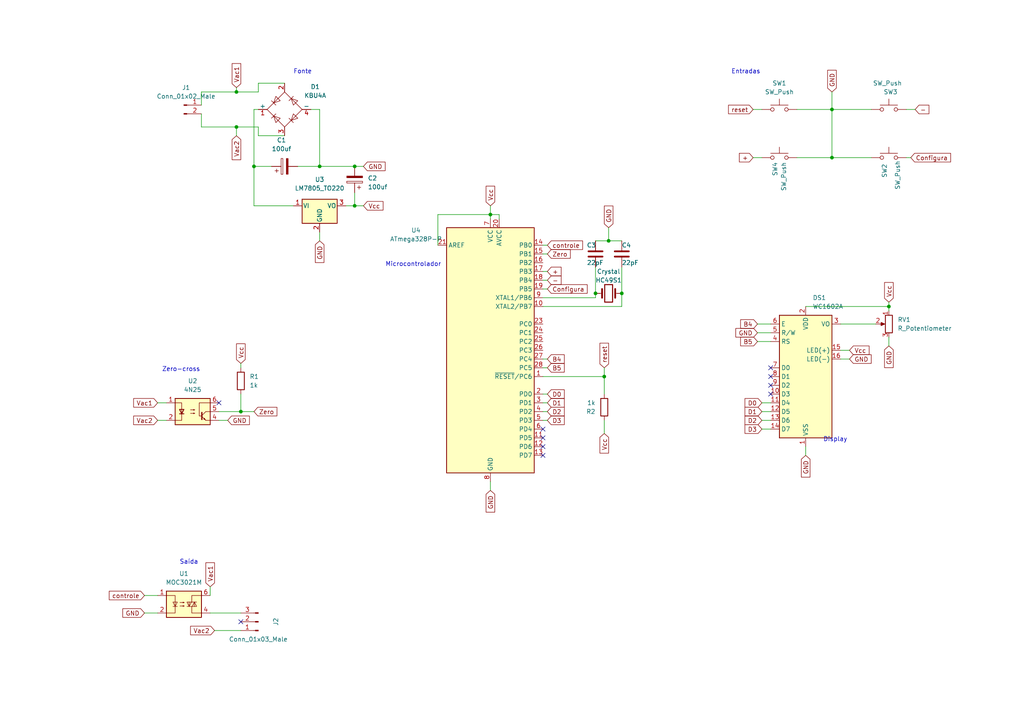
<source format=kicad_sch>
(kicad_sch (version 20211123) (generator eeschema)

  (uuid d9d58ed1-c5c5-4009-b9ed-5cfa57e49ca2)

  (paper "A4")

  (title_block
    (title "Dimmer controlado por AVR")
    (date "2022-05-17")
    (rev "RV1")
    (comment 2 "Microcontroladores - Professor Rodrigo Rech")
    (comment 3 "Luís Otávio Amorim - SP3034178")
    (comment 4 "Gustavo Senzaki Lucente - SP303")
  )

  (lib_symbols
    (symbol "Connector:Conn_01x02_Male" (pin_names (offset 1.016) hide) (in_bom yes) (on_board yes)
      (property "Reference" "J" (id 0) (at 0 2.54 0)
        (effects (font (size 1.27 1.27)))
      )
      (property "Value" "Conn_01x02_Male" (id 1) (at 0 -5.08 0)
        (effects (font (size 1.27 1.27)))
      )
      (property "Footprint" "" (id 2) (at 0 0 0)
        (effects (font (size 1.27 1.27)) hide)
      )
      (property "Datasheet" "~" (id 3) (at 0 0 0)
        (effects (font (size 1.27 1.27)) hide)
      )
      (property "ki_keywords" "connector" (id 4) (at 0 0 0)
        (effects (font (size 1.27 1.27)) hide)
      )
      (property "ki_description" "Generic connector, single row, 01x02, script generated (kicad-library-utils/schlib/autogen/connector/)" (id 5) (at 0 0 0)
        (effects (font (size 1.27 1.27)) hide)
      )
      (property "ki_fp_filters" "Connector*:*_1x??_*" (id 6) (at 0 0 0)
        (effects (font (size 1.27 1.27)) hide)
      )
      (symbol "Conn_01x02_Male_1_1"
        (polyline
          (pts
            (xy 1.27 -2.54)
            (xy 0.8636 -2.54)
          )
          (stroke (width 0.1524) (type default) (color 0 0 0 0))
          (fill (type none))
        )
        (polyline
          (pts
            (xy 1.27 0)
            (xy 0.8636 0)
          )
          (stroke (width 0.1524) (type default) (color 0 0 0 0))
          (fill (type none))
        )
        (rectangle (start 0.8636 -2.413) (end 0 -2.667)
          (stroke (width 0.1524) (type default) (color 0 0 0 0))
          (fill (type outline))
        )
        (rectangle (start 0.8636 0.127) (end 0 -0.127)
          (stroke (width 0.1524) (type default) (color 0 0 0 0))
          (fill (type outline))
        )
        (pin passive line (at 5.08 0 180) (length 3.81)
          (name "Pin_1" (effects (font (size 1.27 1.27))))
          (number "1" (effects (font (size 1.27 1.27))))
        )
        (pin passive line (at 5.08 -2.54 180) (length 3.81)
          (name "Pin_2" (effects (font (size 1.27 1.27))))
          (number "2" (effects (font (size 1.27 1.27))))
        )
      )
    )
    (symbol "Connector:Conn_01x03_Male" (pin_names (offset 1.016) hide) (in_bom yes) (on_board yes)
      (property "Reference" "J" (id 0) (at 0 5.08 0)
        (effects (font (size 1.27 1.27)))
      )
      (property "Value" "Conn_01x03_Male" (id 1) (at 0 -5.08 0)
        (effects (font (size 1.27 1.27)))
      )
      (property "Footprint" "" (id 2) (at 0 0 0)
        (effects (font (size 1.27 1.27)) hide)
      )
      (property "Datasheet" "~" (id 3) (at 0 0 0)
        (effects (font (size 1.27 1.27)) hide)
      )
      (property "ki_keywords" "connector" (id 4) (at 0 0 0)
        (effects (font (size 1.27 1.27)) hide)
      )
      (property "ki_description" "Generic connector, single row, 01x03, script generated (kicad-library-utils/schlib/autogen/connector/)" (id 5) (at 0 0 0)
        (effects (font (size 1.27 1.27)) hide)
      )
      (property "ki_fp_filters" "Connector*:*_1x??_*" (id 6) (at 0 0 0)
        (effects (font (size 1.27 1.27)) hide)
      )
      (symbol "Conn_01x03_Male_1_1"
        (polyline
          (pts
            (xy 1.27 -2.54)
            (xy 0.8636 -2.54)
          )
          (stroke (width 0.1524) (type default) (color 0 0 0 0))
          (fill (type none))
        )
        (polyline
          (pts
            (xy 1.27 0)
            (xy 0.8636 0)
          )
          (stroke (width 0.1524) (type default) (color 0 0 0 0))
          (fill (type none))
        )
        (polyline
          (pts
            (xy 1.27 2.54)
            (xy 0.8636 2.54)
          )
          (stroke (width 0.1524) (type default) (color 0 0 0 0))
          (fill (type none))
        )
        (rectangle (start 0.8636 -2.413) (end 0 -2.667)
          (stroke (width 0.1524) (type default) (color 0 0 0 0))
          (fill (type outline))
        )
        (rectangle (start 0.8636 0.127) (end 0 -0.127)
          (stroke (width 0.1524) (type default) (color 0 0 0 0))
          (fill (type outline))
        )
        (rectangle (start 0.8636 2.667) (end 0 2.413)
          (stroke (width 0.1524) (type default) (color 0 0 0 0))
          (fill (type outline))
        )
        (pin passive line (at 5.08 2.54 180) (length 3.81)
          (name "Pin_1" (effects (font (size 1.27 1.27))))
          (number "1" (effects (font (size 1.27 1.27))))
        )
        (pin passive line (at 5.08 0 180) (length 3.81)
          (name "Pin_2" (effects (font (size 1.27 1.27))))
          (number "2" (effects (font (size 1.27 1.27))))
        )
        (pin passive line (at 5.08 -2.54 180) (length 3.81)
          (name "Pin_3" (effects (font (size 1.27 1.27))))
          (number "3" (effects (font (size 1.27 1.27))))
        )
      )
    )
    (symbol "Device:C" (pin_numbers hide) (pin_names (offset 0.254)) (in_bom yes) (on_board yes)
      (property "Reference" "C" (id 0) (at 0.635 2.54 0)
        (effects (font (size 1.27 1.27)) (justify left))
      )
      (property "Value" "C" (id 1) (at 0.635 -2.54 0)
        (effects (font (size 1.27 1.27)) (justify left))
      )
      (property "Footprint" "" (id 2) (at 0.9652 -3.81 0)
        (effects (font (size 1.27 1.27)) hide)
      )
      (property "Datasheet" "~" (id 3) (at 0 0 0)
        (effects (font (size 1.27 1.27)) hide)
      )
      (property "ki_keywords" "cap capacitor" (id 4) (at 0 0 0)
        (effects (font (size 1.27 1.27)) hide)
      )
      (property "ki_description" "Unpolarized capacitor" (id 5) (at 0 0 0)
        (effects (font (size 1.27 1.27)) hide)
      )
      (property "ki_fp_filters" "C_*" (id 6) (at 0 0 0)
        (effects (font (size 1.27 1.27)) hide)
      )
      (symbol "C_0_1"
        (polyline
          (pts
            (xy -2.032 -0.762)
            (xy 2.032 -0.762)
          )
          (stroke (width 0.508) (type default) (color 0 0 0 0))
          (fill (type none))
        )
        (polyline
          (pts
            (xy -2.032 0.762)
            (xy 2.032 0.762)
          )
          (stroke (width 0.508) (type default) (color 0 0 0 0))
          (fill (type none))
        )
      )
      (symbol "C_1_1"
        (pin passive line (at 0 3.81 270) (length 2.794)
          (name "~" (effects (font (size 1.27 1.27))))
          (number "1" (effects (font (size 1.27 1.27))))
        )
        (pin passive line (at 0 -3.81 90) (length 2.794)
          (name "~" (effects (font (size 1.27 1.27))))
          (number "2" (effects (font (size 1.27 1.27))))
        )
      )
    )
    (symbol "Device:C_Polarized" (pin_numbers hide) (pin_names (offset 0.254)) (in_bom yes) (on_board yes)
      (property "Reference" "C" (id 0) (at 0.635 2.54 0)
        (effects (font (size 1.27 1.27)) (justify left))
      )
      (property "Value" "C_Polarized" (id 1) (at 0.635 -2.54 0)
        (effects (font (size 1.27 1.27)) (justify left))
      )
      (property "Footprint" "" (id 2) (at 0.9652 -3.81 0)
        (effects (font (size 1.27 1.27)) hide)
      )
      (property "Datasheet" "~" (id 3) (at 0 0 0)
        (effects (font (size 1.27 1.27)) hide)
      )
      (property "ki_keywords" "cap capacitor" (id 4) (at 0 0 0)
        (effects (font (size 1.27 1.27)) hide)
      )
      (property "ki_description" "Polarized capacitor" (id 5) (at 0 0 0)
        (effects (font (size 1.27 1.27)) hide)
      )
      (property "ki_fp_filters" "CP_*" (id 6) (at 0 0 0)
        (effects (font (size 1.27 1.27)) hide)
      )
      (symbol "C_Polarized_0_1"
        (rectangle (start -2.286 0.508) (end 2.286 1.016)
          (stroke (width 0) (type default) (color 0 0 0 0))
          (fill (type none))
        )
        (polyline
          (pts
            (xy -1.778 2.286)
            (xy -0.762 2.286)
          )
          (stroke (width 0) (type default) (color 0 0 0 0))
          (fill (type none))
        )
        (polyline
          (pts
            (xy -1.27 2.794)
            (xy -1.27 1.778)
          )
          (stroke (width 0) (type default) (color 0 0 0 0))
          (fill (type none))
        )
        (rectangle (start 2.286 -0.508) (end -2.286 -1.016)
          (stroke (width 0) (type default) (color 0 0 0 0))
          (fill (type outline))
        )
      )
      (symbol "C_Polarized_1_1"
        (pin passive line (at 0 3.81 270) (length 2.794)
          (name "~" (effects (font (size 1.27 1.27))))
          (number "1" (effects (font (size 1.27 1.27))))
        )
        (pin passive line (at 0 -3.81 90) (length 2.794)
          (name "~" (effects (font (size 1.27 1.27))))
          (number "2" (effects (font (size 1.27 1.27))))
        )
      )
    )
    (symbol "Device:Crystal" (pin_numbers hide) (pin_names (offset 1.016) hide) (in_bom yes) (on_board yes)
      (property "Reference" "Y" (id 0) (at 0 3.81 0)
        (effects (font (size 1.27 1.27)))
      )
      (property "Value" "Crystal" (id 1) (at 0 -3.81 0)
        (effects (font (size 1.27 1.27)))
      )
      (property "Footprint" "" (id 2) (at 0 0 0)
        (effects (font (size 1.27 1.27)) hide)
      )
      (property "Datasheet" "~" (id 3) (at 0 0 0)
        (effects (font (size 1.27 1.27)) hide)
      )
      (property "ki_keywords" "quartz ceramic resonator oscillator" (id 4) (at 0 0 0)
        (effects (font (size 1.27 1.27)) hide)
      )
      (property "ki_description" "Two pin crystal" (id 5) (at 0 0 0)
        (effects (font (size 1.27 1.27)) hide)
      )
      (property "ki_fp_filters" "Crystal*" (id 6) (at 0 0 0)
        (effects (font (size 1.27 1.27)) hide)
      )
      (symbol "Crystal_0_1"
        (rectangle (start -1.143 2.54) (end 1.143 -2.54)
          (stroke (width 0.3048) (type default) (color 0 0 0 0))
          (fill (type none))
        )
        (polyline
          (pts
            (xy -2.54 0)
            (xy -1.905 0)
          )
          (stroke (width 0) (type default) (color 0 0 0 0))
          (fill (type none))
        )
        (polyline
          (pts
            (xy -1.905 -1.27)
            (xy -1.905 1.27)
          )
          (stroke (width 0.508) (type default) (color 0 0 0 0))
          (fill (type none))
        )
        (polyline
          (pts
            (xy 1.905 -1.27)
            (xy 1.905 1.27)
          )
          (stroke (width 0.508) (type default) (color 0 0 0 0))
          (fill (type none))
        )
        (polyline
          (pts
            (xy 2.54 0)
            (xy 1.905 0)
          )
          (stroke (width 0) (type default) (color 0 0 0 0))
          (fill (type none))
        )
      )
      (symbol "Crystal_1_1"
        (pin passive line (at -3.81 0 0) (length 1.27)
          (name "1" (effects (font (size 1.27 1.27))))
          (number "1" (effects (font (size 1.27 1.27))))
        )
        (pin passive line (at 3.81 0 180) (length 1.27)
          (name "2" (effects (font (size 1.27 1.27))))
          (number "2" (effects (font (size 1.27 1.27))))
        )
      )
    )
    (symbol "Device:R" (pin_numbers hide) (pin_names (offset 0)) (in_bom yes) (on_board yes)
      (property "Reference" "R" (id 0) (at 2.032 0 90)
        (effects (font (size 1.27 1.27)))
      )
      (property "Value" "R" (id 1) (at 0 0 90)
        (effects (font (size 1.27 1.27)))
      )
      (property "Footprint" "" (id 2) (at -1.778 0 90)
        (effects (font (size 1.27 1.27)) hide)
      )
      (property "Datasheet" "~" (id 3) (at 0 0 0)
        (effects (font (size 1.27 1.27)) hide)
      )
      (property "ki_keywords" "R res resistor" (id 4) (at 0 0 0)
        (effects (font (size 1.27 1.27)) hide)
      )
      (property "ki_description" "Resistor" (id 5) (at 0 0 0)
        (effects (font (size 1.27 1.27)) hide)
      )
      (property "ki_fp_filters" "R_*" (id 6) (at 0 0 0)
        (effects (font (size 1.27 1.27)) hide)
      )
      (symbol "R_0_1"
        (rectangle (start -1.016 -2.54) (end 1.016 2.54)
          (stroke (width 0.254) (type default) (color 0 0 0 0))
          (fill (type none))
        )
      )
      (symbol "R_1_1"
        (pin passive line (at 0 3.81 270) (length 1.27)
          (name "~" (effects (font (size 1.27 1.27))))
          (number "1" (effects (font (size 1.27 1.27))))
        )
        (pin passive line (at 0 -3.81 90) (length 1.27)
          (name "~" (effects (font (size 1.27 1.27))))
          (number "2" (effects (font (size 1.27 1.27))))
        )
      )
    )
    (symbol "Device:R_Potentiometer" (pin_names (offset 1.016) hide) (in_bom yes) (on_board yes)
      (property "Reference" "RV" (id 0) (at -4.445 0 90)
        (effects (font (size 1.27 1.27)))
      )
      (property "Value" "R_Potentiometer" (id 1) (at -2.54 0 90)
        (effects (font (size 1.27 1.27)))
      )
      (property "Footprint" "" (id 2) (at 0 0 0)
        (effects (font (size 1.27 1.27)) hide)
      )
      (property "Datasheet" "~" (id 3) (at 0 0 0)
        (effects (font (size 1.27 1.27)) hide)
      )
      (property "ki_keywords" "resistor variable" (id 4) (at 0 0 0)
        (effects (font (size 1.27 1.27)) hide)
      )
      (property "ki_description" "Potentiometer" (id 5) (at 0 0 0)
        (effects (font (size 1.27 1.27)) hide)
      )
      (property "ki_fp_filters" "Potentiometer*" (id 6) (at 0 0 0)
        (effects (font (size 1.27 1.27)) hide)
      )
      (symbol "R_Potentiometer_0_1"
        (polyline
          (pts
            (xy 2.54 0)
            (xy 1.524 0)
          )
          (stroke (width 0) (type default) (color 0 0 0 0))
          (fill (type none))
        )
        (polyline
          (pts
            (xy 1.143 0)
            (xy 2.286 0.508)
            (xy 2.286 -0.508)
            (xy 1.143 0)
          )
          (stroke (width 0) (type default) (color 0 0 0 0))
          (fill (type outline))
        )
        (rectangle (start 1.016 2.54) (end -1.016 -2.54)
          (stroke (width 0.254) (type default) (color 0 0 0 0))
          (fill (type none))
        )
      )
      (symbol "R_Potentiometer_1_1"
        (pin passive line (at 0 3.81 270) (length 1.27)
          (name "1" (effects (font (size 1.27 1.27))))
          (number "1" (effects (font (size 1.27 1.27))))
        )
        (pin passive line (at 3.81 0 180) (length 1.27)
          (name "2" (effects (font (size 1.27 1.27))))
          (number "2" (effects (font (size 1.27 1.27))))
        )
        (pin passive line (at 0 -3.81 90) (length 1.27)
          (name "3" (effects (font (size 1.27 1.27))))
          (number "3" (effects (font (size 1.27 1.27))))
        )
      )
    )
    (symbol "Diode_Bridge:KBU4A" (pin_names (offset 0)) (in_bom yes) (on_board yes)
      (property "Reference" "D" (id 0) (at 2.54 6.985 0)
        (effects (font (size 1.27 1.27)) (justify left))
      )
      (property "Value" "KBU4A" (id 1) (at 2.54 5.08 0)
        (effects (font (size 1.27 1.27)) (justify left))
      )
      (property "Footprint" "Diode_THT:Diode_Bridge_Vishay_KBU" (id 2) (at 3.81 3.175 0)
        (effects (font (size 1.27 1.27)) (justify left) hide)
      )
      (property "Datasheet" "http://www.vishay.com/docs/88656/kbu4.pdf" (id 3) (at 0 0 0)
        (effects (font (size 1.27 1.27)) hide)
      )
      (property "ki_keywords" "rectifier acdc" (id 4) (at 0 0 0)
        (effects (font (size 1.27 1.27)) hide)
      )
      (property "ki_description" "Single-Phase Bridge Rectifier, 35V Vrms, 4.0A If, KBU package" (id 5) (at 0 0 0)
        (effects (font (size 1.27 1.27)) hide)
      )
      (property "ki_fp_filters" "Diode*Bridge*Vishay*KBU*" (id 6) (at 0 0 0)
        (effects (font (size 1.27 1.27)) hide)
      )
      (symbol "KBU4A_0_1"
        (polyline
          (pts
            (xy -2.54 3.81)
            (xy -1.27 2.54)
          )
          (stroke (width 0) (type default) (color 0 0 0 0))
          (fill (type none))
        )
        (polyline
          (pts
            (xy -1.27 -2.54)
            (xy -2.54 -3.81)
          )
          (stroke (width 0) (type default) (color 0 0 0 0))
          (fill (type none))
        )
        (polyline
          (pts
            (xy 2.54 -1.27)
            (xy 3.81 -2.54)
          )
          (stroke (width 0) (type default) (color 0 0 0 0))
          (fill (type none))
        )
        (polyline
          (pts
            (xy 2.54 1.27)
            (xy 3.81 2.54)
          )
          (stroke (width 0) (type default) (color 0 0 0 0))
          (fill (type none))
        )
        (polyline
          (pts
            (xy -3.81 2.54)
            (xy -2.54 1.27)
            (xy -1.905 3.175)
            (xy -3.81 2.54)
          )
          (stroke (width 0) (type default) (color 0 0 0 0))
          (fill (type none))
        )
        (polyline
          (pts
            (xy -2.54 -1.27)
            (xy -3.81 -2.54)
            (xy -1.905 -3.175)
            (xy -2.54 -1.27)
          )
          (stroke (width 0) (type default) (color 0 0 0 0))
          (fill (type none))
        )
        (polyline
          (pts
            (xy 1.27 2.54)
            (xy 2.54 3.81)
            (xy 3.175 1.905)
            (xy 1.27 2.54)
          )
          (stroke (width 0) (type default) (color 0 0 0 0))
          (fill (type none))
        )
        (polyline
          (pts
            (xy 3.175 -1.905)
            (xy 1.27 -2.54)
            (xy 2.54 -3.81)
            (xy 3.175 -1.905)
          )
          (stroke (width 0) (type default) (color 0 0 0 0))
          (fill (type none))
        )
        (polyline
          (pts
            (xy -5.08 0)
            (xy 0 -5.08)
            (xy 5.08 0)
            (xy 0 5.08)
            (xy -5.08 0)
          )
          (stroke (width 0) (type default) (color 0 0 0 0))
          (fill (type none))
        )
      )
      (symbol "KBU4A_1_1"
        (pin passive line (at 7.62 0 180) (length 2.54)
          (name "+" (effects (font (size 1.27 1.27))))
          (number "1" (effects (font (size 1.27 1.27))))
        )
        (pin passive line (at 0 -7.62 90) (length 2.54)
          (name "~" (effects (font (size 1.27 1.27))))
          (number "2" (effects (font (size 1.27 1.27))))
        )
        (pin passive line (at 0 7.62 270) (length 2.54)
          (name "~" (effects (font (size 1.27 1.27))))
          (number "3" (effects (font (size 1.27 1.27))))
        )
        (pin passive line (at -7.62 0 0) (length 2.54)
          (name "-" (effects (font (size 1.27 1.27))))
          (number "4" (effects (font (size 1.27 1.27))))
        )
      )
    )
    (symbol "Display_Character:WC1602A" (in_bom yes) (on_board yes)
      (property "Reference" "DS" (id 0) (at -5.842 19.05 0)
        (effects (font (size 1.27 1.27)))
      )
      (property "Value" "WC1602A" (id 1) (at 5.334 19.05 0)
        (effects (font (size 1.27 1.27)))
      )
      (property "Footprint" "Display:WC1602A" (id 2) (at 0 -22.86 0)
        (effects (font (size 1.27 1.27) italic) hide)
      )
      (property "Datasheet" "http://www.wincomlcd.com/pdf/WC1602A-SFYLYHTC06.pdf" (id 3) (at 17.78 0 0)
        (effects (font (size 1.27 1.27)) hide)
      )
      (property "ki_keywords" "display LCD dot-matrix" (id 4) (at 0 0 0)
        (effects (font (size 1.27 1.27)) hide)
      )
      (property "ki_description" "LCD 16x2 Alphanumeric , 8 bit parallel bus, 5V VDD" (id 5) (at 0 0 0)
        (effects (font (size 1.27 1.27)) hide)
      )
      (property "ki_fp_filters" "*WC*1602A*" (id 6) (at 0 0 0)
        (effects (font (size 1.27 1.27)) hide)
      )
      (symbol "WC1602A_1_1"
        (rectangle (start -7.62 17.78) (end 7.62 -17.78)
          (stroke (width 0.254) (type default) (color 0 0 0 0))
          (fill (type background))
        )
        (pin power_in line (at 0 -20.32 90) (length 2.54)
          (name "VSS" (effects (font (size 1.27 1.27))))
          (number "1" (effects (font (size 1.27 1.27))))
        )
        (pin input line (at -10.16 -5.08 0) (length 2.54)
          (name "D3" (effects (font (size 1.27 1.27))))
          (number "10" (effects (font (size 1.27 1.27))))
        )
        (pin input line (at -10.16 -7.62 0) (length 2.54)
          (name "D4" (effects (font (size 1.27 1.27))))
          (number "11" (effects (font (size 1.27 1.27))))
        )
        (pin input line (at -10.16 -10.16 0) (length 2.54)
          (name "D5" (effects (font (size 1.27 1.27))))
          (number "12" (effects (font (size 1.27 1.27))))
        )
        (pin input line (at -10.16 -12.7 0) (length 2.54)
          (name "D6" (effects (font (size 1.27 1.27))))
          (number "13" (effects (font (size 1.27 1.27))))
        )
        (pin input line (at -10.16 -15.24 0) (length 2.54)
          (name "D7" (effects (font (size 1.27 1.27))))
          (number "14" (effects (font (size 1.27 1.27))))
        )
        (pin power_in line (at 10.16 7.62 180) (length 2.54)
          (name "LED(+)" (effects (font (size 1.27 1.27))))
          (number "15" (effects (font (size 1.27 1.27))))
        )
        (pin power_in line (at 10.16 5.08 180) (length 2.54)
          (name "LED(-)" (effects (font (size 1.27 1.27))))
          (number "16" (effects (font (size 1.27 1.27))))
        )
        (pin power_in line (at 0 20.32 270) (length 2.54)
          (name "VDD" (effects (font (size 1.27 1.27))))
          (number "2" (effects (font (size 1.27 1.27))))
        )
        (pin input line (at 10.16 15.24 180) (length 2.54)
          (name "VO" (effects (font (size 1.27 1.27))))
          (number "3" (effects (font (size 1.27 1.27))))
        )
        (pin input line (at -10.16 10.16 0) (length 2.54)
          (name "RS" (effects (font (size 1.27 1.27))))
          (number "4" (effects (font (size 1.27 1.27))))
        )
        (pin input line (at -10.16 12.7 0) (length 2.54)
          (name "R/W" (effects (font (size 1.27 1.27))))
          (number "5" (effects (font (size 1.27 1.27))))
        )
        (pin input line (at -10.16 15.24 0) (length 2.54)
          (name "E" (effects (font (size 1.27 1.27))))
          (number "6" (effects (font (size 1.27 1.27))))
        )
        (pin input line (at -10.16 2.54 0) (length 2.54)
          (name "D0" (effects (font (size 1.27 1.27))))
          (number "7" (effects (font (size 1.27 1.27))))
        )
        (pin input line (at -10.16 0 0) (length 2.54)
          (name "D1" (effects (font (size 1.27 1.27))))
          (number "8" (effects (font (size 1.27 1.27))))
        )
        (pin input line (at -10.16 -2.54 0) (length 2.54)
          (name "D2" (effects (font (size 1.27 1.27))))
          (number "9" (effects (font (size 1.27 1.27))))
        )
      )
    )
    (symbol "Isolator:4N25" (pin_names (offset 1.016)) (in_bom yes) (on_board yes)
      (property "Reference" "U" (id 0) (at -5.08 5.08 0)
        (effects (font (size 1.27 1.27)) (justify left))
      )
      (property "Value" "4N25" (id 1) (at 0 5.08 0)
        (effects (font (size 1.27 1.27)) (justify left))
      )
      (property "Footprint" "Package_DIP:DIP-6_W7.62mm" (id 2) (at -5.08 -5.08 0)
        (effects (font (size 1.27 1.27) italic) (justify left) hide)
      )
      (property "Datasheet" "https://www.vishay.com/docs/83725/4n25.pdf" (id 3) (at 0 0 0)
        (effects (font (size 1.27 1.27)) (justify left) hide)
      )
      (property "ki_keywords" "NPN DC Optocoupler Base Connected" (id 4) (at 0 0 0)
        (effects (font (size 1.27 1.27)) hide)
      )
      (property "ki_description" "DC Optocoupler Base Connected, Vce 30V, CTR 20%, Viso 2500V, DIP6" (id 5) (at 0 0 0)
        (effects (font (size 1.27 1.27)) hide)
      )
      (property "ki_fp_filters" "DIP*W7.62mm*" (id 6) (at 0 0 0)
        (effects (font (size 1.27 1.27)) hide)
      )
      (symbol "4N25_0_1"
        (rectangle (start -5.08 3.81) (end 5.08 -3.81)
          (stroke (width 0.254) (type default) (color 0 0 0 0))
          (fill (type background))
        )
        (polyline
          (pts
            (xy -3.81 -0.635)
            (xy -2.54 -0.635)
          )
          (stroke (width 0.254) (type default) (color 0 0 0 0))
          (fill (type none))
        )
        (polyline
          (pts
            (xy 2.667 -1.397)
            (xy 3.81 -2.54)
          )
          (stroke (width 0) (type default) (color 0 0 0 0))
          (fill (type none))
        )
        (polyline
          (pts
            (xy 2.667 -1.143)
            (xy 3.81 0)
          )
          (stroke (width 0) (type default) (color 0 0 0 0))
          (fill (type none))
        )
        (polyline
          (pts
            (xy 3.81 -2.54)
            (xy 5.08 -2.54)
          )
          (stroke (width 0) (type default) (color 0 0 0 0))
          (fill (type none))
        )
        (polyline
          (pts
            (xy 3.81 0)
            (xy 5.08 0)
          )
          (stroke (width 0) (type default) (color 0 0 0 0))
          (fill (type none))
        )
        (polyline
          (pts
            (xy 2.667 -0.254)
            (xy 2.667 -2.286)
            (xy 2.667 -2.286)
          )
          (stroke (width 0.3556) (type default) (color 0 0 0 0))
          (fill (type none))
        )
        (polyline
          (pts
            (xy -5.08 -2.54)
            (xy -3.175 -2.54)
            (xy -3.175 2.54)
            (xy -5.08 2.54)
          )
          (stroke (width 0) (type default) (color 0 0 0 0))
          (fill (type none))
        )
        (polyline
          (pts
            (xy -3.175 -0.635)
            (xy -3.81 0.635)
            (xy -2.54 0.635)
            (xy -3.175 -0.635)
          )
          (stroke (width 0.254) (type default) (color 0 0 0 0))
          (fill (type none))
        )
        (polyline
          (pts
            (xy 3.683 -2.413)
            (xy 3.429 -1.905)
            (xy 3.175 -2.159)
            (xy 3.683 -2.413)
          )
          (stroke (width 0) (type default) (color 0 0 0 0))
          (fill (type none))
        )
        (polyline
          (pts
            (xy 5.08 2.54)
            (xy 1.905 2.54)
            (xy 1.905 -1.27)
            (xy 2.54 -1.27)
          )
          (stroke (width 0) (type default) (color 0 0 0 0))
          (fill (type none))
        )
        (polyline
          (pts
            (xy -0.635 -0.508)
            (xy 0.635 -0.508)
            (xy 0.254 -0.635)
            (xy 0.254 -0.381)
            (xy 0.635 -0.508)
          )
          (stroke (width 0) (type default) (color 0 0 0 0))
          (fill (type none))
        )
        (polyline
          (pts
            (xy -0.635 0.508)
            (xy 0.635 0.508)
            (xy 0.254 0.381)
            (xy 0.254 0.635)
            (xy 0.635 0.508)
          )
          (stroke (width 0) (type default) (color 0 0 0 0))
          (fill (type none))
        )
      )
      (symbol "4N25_1_1"
        (pin passive line (at -7.62 2.54 0) (length 2.54)
          (name "~" (effects (font (size 1.27 1.27))))
          (number "1" (effects (font (size 1.27 1.27))))
        )
        (pin passive line (at -7.62 -2.54 0) (length 2.54)
          (name "~" (effects (font (size 1.27 1.27))))
          (number "2" (effects (font (size 1.27 1.27))))
        )
        (pin no_connect line (at -5.08 0 0) (length 2.54) hide
          (name "NC" (effects (font (size 1.27 1.27))))
          (number "3" (effects (font (size 1.27 1.27))))
        )
        (pin passive line (at 7.62 -2.54 180) (length 2.54)
          (name "~" (effects (font (size 1.27 1.27))))
          (number "4" (effects (font (size 1.27 1.27))))
        )
        (pin passive line (at 7.62 0 180) (length 2.54)
          (name "~" (effects (font (size 1.27 1.27))))
          (number "5" (effects (font (size 1.27 1.27))))
        )
        (pin passive line (at 7.62 2.54 180) (length 2.54)
          (name "~" (effects (font (size 1.27 1.27))))
          (number "6" (effects (font (size 1.27 1.27))))
        )
      )
    )
    (symbol "MCU_Microchip_ATmega:ATmega328P-P" (in_bom yes) (on_board yes)
      (property "Reference" "U" (id 0) (at -12.7 36.83 0)
        (effects (font (size 1.27 1.27)) (justify left bottom))
      )
      (property "Value" "ATmega328P-P" (id 1) (at 2.54 -36.83 0)
        (effects (font (size 1.27 1.27)) (justify left top))
      )
      (property "Footprint" "Package_DIP:DIP-28_W7.62mm" (id 2) (at 0 0 0)
        (effects (font (size 1.27 1.27) italic) hide)
      )
      (property "Datasheet" "http://ww1.microchip.com/downloads/en/DeviceDoc/ATmega328_P%20AVR%20MCU%20with%20picoPower%20Technology%20Data%20Sheet%2040001984A.pdf" (id 3) (at 0 0 0)
        (effects (font (size 1.27 1.27)) hide)
      )
      (property "ki_keywords" "AVR 8bit Microcontroller MegaAVR PicoPower" (id 4) (at 0 0 0)
        (effects (font (size 1.27 1.27)) hide)
      )
      (property "ki_description" "20MHz, 32kB Flash, 2kB SRAM, 1kB EEPROM, DIP-28" (id 5) (at 0 0 0)
        (effects (font (size 1.27 1.27)) hide)
      )
      (property "ki_fp_filters" "DIP*W7.62mm*" (id 6) (at 0 0 0)
        (effects (font (size 1.27 1.27)) hide)
      )
      (symbol "ATmega328P-P_0_1"
        (rectangle (start -12.7 -35.56) (end 12.7 35.56)
          (stroke (width 0.254) (type default) (color 0 0 0 0))
          (fill (type background))
        )
      )
      (symbol "ATmega328P-P_1_1"
        (pin bidirectional line (at 15.24 -7.62 180) (length 2.54)
          (name "~{RESET}/PC6" (effects (font (size 1.27 1.27))))
          (number "1" (effects (font (size 1.27 1.27))))
        )
        (pin bidirectional line (at 15.24 12.7 180) (length 2.54)
          (name "XTAL2/PB7" (effects (font (size 1.27 1.27))))
          (number "10" (effects (font (size 1.27 1.27))))
        )
        (pin bidirectional line (at 15.24 -25.4 180) (length 2.54)
          (name "PD5" (effects (font (size 1.27 1.27))))
          (number "11" (effects (font (size 1.27 1.27))))
        )
        (pin bidirectional line (at 15.24 -27.94 180) (length 2.54)
          (name "PD6" (effects (font (size 1.27 1.27))))
          (number "12" (effects (font (size 1.27 1.27))))
        )
        (pin bidirectional line (at 15.24 -30.48 180) (length 2.54)
          (name "PD7" (effects (font (size 1.27 1.27))))
          (number "13" (effects (font (size 1.27 1.27))))
        )
        (pin bidirectional line (at 15.24 30.48 180) (length 2.54)
          (name "PB0" (effects (font (size 1.27 1.27))))
          (number "14" (effects (font (size 1.27 1.27))))
        )
        (pin bidirectional line (at 15.24 27.94 180) (length 2.54)
          (name "PB1" (effects (font (size 1.27 1.27))))
          (number "15" (effects (font (size 1.27 1.27))))
        )
        (pin bidirectional line (at 15.24 25.4 180) (length 2.54)
          (name "PB2" (effects (font (size 1.27 1.27))))
          (number "16" (effects (font (size 1.27 1.27))))
        )
        (pin bidirectional line (at 15.24 22.86 180) (length 2.54)
          (name "PB3" (effects (font (size 1.27 1.27))))
          (number "17" (effects (font (size 1.27 1.27))))
        )
        (pin bidirectional line (at 15.24 20.32 180) (length 2.54)
          (name "PB4" (effects (font (size 1.27 1.27))))
          (number "18" (effects (font (size 1.27 1.27))))
        )
        (pin bidirectional line (at 15.24 17.78 180) (length 2.54)
          (name "PB5" (effects (font (size 1.27 1.27))))
          (number "19" (effects (font (size 1.27 1.27))))
        )
        (pin bidirectional line (at 15.24 -12.7 180) (length 2.54)
          (name "PD0" (effects (font (size 1.27 1.27))))
          (number "2" (effects (font (size 1.27 1.27))))
        )
        (pin power_in line (at 2.54 38.1 270) (length 2.54)
          (name "AVCC" (effects (font (size 1.27 1.27))))
          (number "20" (effects (font (size 1.27 1.27))))
        )
        (pin passive line (at -15.24 30.48 0) (length 2.54)
          (name "AREF" (effects (font (size 1.27 1.27))))
          (number "21" (effects (font (size 1.27 1.27))))
        )
        (pin passive line (at 0 -38.1 90) (length 2.54) hide
          (name "GND" (effects (font (size 1.27 1.27))))
          (number "22" (effects (font (size 1.27 1.27))))
        )
        (pin bidirectional line (at 15.24 7.62 180) (length 2.54)
          (name "PC0" (effects (font (size 1.27 1.27))))
          (number "23" (effects (font (size 1.27 1.27))))
        )
        (pin bidirectional line (at 15.24 5.08 180) (length 2.54)
          (name "PC1" (effects (font (size 1.27 1.27))))
          (number "24" (effects (font (size 1.27 1.27))))
        )
        (pin bidirectional line (at 15.24 2.54 180) (length 2.54)
          (name "PC2" (effects (font (size 1.27 1.27))))
          (number "25" (effects (font (size 1.27 1.27))))
        )
        (pin bidirectional line (at 15.24 0 180) (length 2.54)
          (name "PC3" (effects (font (size 1.27 1.27))))
          (number "26" (effects (font (size 1.27 1.27))))
        )
        (pin bidirectional line (at 15.24 -2.54 180) (length 2.54)
          (name "PC4" (effects (font (size 1.27 1.27))))
          (number "27" (effects (font (size 1.27 1.27))))
        )
        (pin bidirectional line (at 15.24 -5.08 180) (length 2.54)
          (name "PC5" (effects (font (size 1.27 1.27))))
          (number "28" (effects (font (size 1.27 1.27))))
        )
        (pin bidirectional line (at 15.24 -15.24 180) (length 2.54)
          (name "PD1" (effects (font (size 1.27 1.27))))
          (number "3" (effects (font (size 1.27 1.27))))
        )
        (pin bidirectional line (at 15.24 -17.78 180) (length 2.54)
          (name "PD2" (effects (font (size 1.27 1.27))))
          (number "4" (effects (font (size 1.27 1.27))))
        )
        (pin bidirectional line (at 15.24 -20.32 180) (length 2.54)
          (name "PD3" (effects (font (size 1.27 1.27))))
          (number "5" (effects (font (size 1.27 1.27))))
        )
        (pin bidirectional line (at 15.24 -22.86 180) (length 2.54)
          (name "PD4" (effects (font (size 1.27 1.27))))
          (number "6" (effects (font (size 1.27 1.27))))
        )
        (pin power_in line (at 0 38.1 270) (length 2.54)
          (name "VCC" (effects (font (size 1.27 1.27))))
          (number "7" (effects (font (size 1.27 1.27))))
        )
        (pin power_in line (at 0 -38.1 90) (length 2.54)
          (name "GND" (effects (font (size 1.27 1.27))))
          (number "8" (effects (font (size 1.27 1.27))))
        )
        (pin bidirectional line (at 15.24 15.24 180) (length 2.54)
          (name "XTAL1/PB6" (effects (font (size 1.27 1.27))))
          (number "9" (effects (font (size 1.27 1.27))))
        )
      )
    )
    (symbol "Regulator_Linear:LM7805_TO220" (pin_names (offset 0.254)) (in_bom yes) (on_board yes)
      (property "Reference" "U" (id 0) (at -3.81 3.175 0)
        (effects (font (size 1.27 1.27)))
      )
      (property "Value" "LM7805_TO220" (id 1) (at 0 3.175 0)
        (effects (font (size 1.27 1.27)) (justify left))
      )
      (property "Footprint" "Package_TO_SOT_THT:TO-220-3_Vertical" (id 2) (at 0 5.715 0)
        (effects (font (size 1.27 1.27) italic) hide)
      )
      (property "Datasheet" "https://www.onsemi.cn/PowerSolutions/document/MC7800-D.PDF" (id 3) (at 0 -1.27 0)
        (effects (font (size 1.27 1.27)) hide)
      )
      (property "ki_keywords" "Voltage Regulator 1A Positive" (id 4) (at 0 0 0)
        (effects (font (size 1.27 1.27)) hide)
      )
      (property "ki_description" "Positive 1A 35V Linear Regulator, Fixed Output 5V, TO-220" (id 5) (at 0 0 0)
        (effects (font (size 1.27 1.27)) hide)
      )
      (property "ki_fp_filters" "TO?220*" (id 6) (at 0 0 0)
        (effects (font (size 1.27 1.27)) hide)
      )
      (symbol "LM7805_TO220_0_1"
        (rectangle (start -5.08 1.905) (end 5.08 -5.08)
          (stroke (width 0.254) (type default) (color 0 0 0 0))
          (fill (type background))
        )
      )
      (symbol "LM7805_TO220_1_1"
        (pin power_in line (at -7.62 0 0) (length 2.54)
          (name "VI" (effects (font (size 1.27 1.27))))
          (number "1" (effects (font (size 1.27 1.27))))
        )
        (pin power_in line (at 0 -7.62 90) (length 2.54)
          (name "GND" (effects (font (size 1.27 1.27))))
          (number "2" (effects (font (size 1.27 1.27))))
        )
        (pin power_out line (at 7.62 0 180) (length 2.54)
          (name "VO" (effects (font (size 1.27 1.27))))
          (number "3" (effects (font (size 1.27 1.27))))
        )
      )
    )
    (symbol "Relay_SolidState:MOC3021M" (in_bom yes) (on_board yes)
      (property "Reference" "U" (id 0) (at -5.334 4.826 0)
        (effects (font (size 1.27 1.27)) (justify left))
      )
      (property "Value" "MOC3021M" (id 1) (at 0 5.08 0)
        (effects (font (size 1.27 1.27)) (justify left))
      )
      (property "Footprint" "" (id 2) (at -5.08 -5.08 0)
        (effects (font (size 1.27 1.27) italic) (justify left) hide)
      )
      (property "Datasheet" "https://www.onsemi.com/pub/Collateral/MOC3023M-D.PDF" (id 3) (at 0 0 0)
        (effects (font (size 1.27 1.27)) (justify left) hide)
      )
      (property "ki_keywords" "Opto-Triac Opto Triac Random Phase" (id 4) (at 0 0 0)
        (effects (font (size 1.27 1.27)) hide)
      )
      (property "ki_description" "Random Phase Opto-Triac, Vdrm 400V, Ift 15mA, DIP6" (id 5) (at 0 0 0)
        (effects (font (size 1.27 1.27)) hide)
      )
      (property "ki_fp_filters" "DIP*W7.62mm* SMDIP*W9.53mm* DIP*W10.16mm*" (id 6) (at 0 0 0)
        (effects (font (size 1.27 1.27)) hide)
      )
      (symbol "MOC3021M_0_1"
        (rectangle (start -5.08 3.81) (end 5.08 -3.81)
          (stroke (width 0.254) (type default) (color 0 0 0 0))
          (fill (type background))
        )
        (polyline
          (pts
            (xy -3.175 -0.635)
            (xy -1.905 -0.635)
          )
          (stroke (width 0) (type default) (color 0 0 0 0))
          (fill (type none))
        )
        (polyline
          (pts
            (xy 1.524 -0.635)
            (xy 1.524 0.635)
          )
          (stroke (width 0) (type default) (color 0 0 0 0))
          (fill (type none))
        )
        (polyline
          (pts
            (xy 3.048 0.635)
            (xy 3.048 -0.635)
          )
          (stroke (width 0) (type default) (color 0 0 0 0))
          (fill (type none))
        )
        (polyline
          (pts
            (xy 2.286 -0.635)
            (xy 2.286 -2.54)
            (xy 5.08 -2.54)
          )
          (stroke (width 0) (type default) (color 0 0 0 0))
          (fill (type none))
        )
        (polyline
          (pts
            (xy 2.286 0.635)
            (xy 2.286 2.54)
            (xy 5.08 2.54)
          )
          (stroke (width 0) (type default) (color 0 0 0 0))
          (fill (type none))
        )
        (polyline
          (pts
            (xy -5.08 2.54)
            (xy -2.54 2.54)
            (xy -2.54 -2.54)
            (xy -5.08 -2.54)
          )
          (stroke (width 0) (type default) (color 0 0 0 0))
          (fill (type none))
        )
        (polyline
          (pts
            (xy -2.54 -0.635)
            (xy -3.175 0.635)
            (xy -1.905 0.635)
            (xy -2.54 -0.635)
          )
          (stroke (width 0) (type default) (color 0 0 0 0))
          (fill (type none))
        )
        (polyline
          (pts
            (xy 0.889 -0.635)
            (xy 3.683 -0.635)
            (xy 3.048 0.635)
            (xy 2.413 -0.635)
          )
          (stroke (width 0) (type default) (color 0 0 0 0))
          (fill (type none))
        )
        (polyline
          (pts
            (xy 3.683 0.635)
            (xy 0.889 0.635)
            (xy 1.524 -0.635)
            (xy 2.159 0.635)
          )
          (stroke (width 0) (type default) (color 0 0 0 0))
          (fill (type none))
        )
        (polyline
          (pts
            (xy -1.143 -0.508)
            (xy 0.127 -0.508)
            (xy -0.254 -0.635)
            (xy -0.254 -0.381)
            (xy 0.127 -0.508)
          )
          (stroke (width 0) (type default) (color 0 0 0 0))
          (fill (type none))
        )
        (polyline
          (pts
            (xy -1.143 0.508)
            (xy 0.127 0.508)
            (xy -0.254 0.381)
            (xy -0.254 0.635)
            (xy 0.127 0.508)
          )
          (stroke (width 0) (type default) (color 0 0 0 0))
          (fill (type none))
        )
      )
      (symbol "MOC3021M_1_1"
        (pin passive line (at -7.62 2.54 0) (length 2.54)
          (name "~" (effects (font (size 1.27 1.27))))
          (number "1" (effects (font (size 1.27 1.27))))
        )
        (pin passive line (at -7.62 -2.54 0) (length 2.54)
          (name "~" (effects (font (size 1.27 1.27))))
          (number "2" (effects (font (size 1.27 1.27))))
        )
        (pin no_connect line (at -5.08 0 0) (length 2.54) hide
          (name "NC" (effects (font (size 1.27 1.27))))
          (number "3" (effects (font (size 1.27 1.27))))
        )
        (pin passive line (at 7.62 -2.54 180) (length 2.54)
          (name "~" (effects (font (size 1.27 1.27))))
          (number "4" (effects (font (size 1.27 1.27))))
        )
        (pin no_connect line (at 5.08 0 180) (length 2.54) hide
          (name "NC" (effects (font (size 1.27 1.27))))
          (number "5" (effects (font (size 1.27 1.27))))
        )
        (pin passive line (at 7.62 2.54 180) (length 2.54)
          (name "~" (effects (font (size 1.27 1.27))))
          (number "6" (effects (font (size 1.27 1.27))))
        )
      )
    )
    (symbol "Switch:SW_Push" (pin_numbers hide) (pin_names (offset 1.016) hide) (in_bom yes) (on_board yes)
      (property "Reference" "SW" (id 0) (at 1.27 2.54 0)
        (effects (font (size 1.27 1.27)) (justify left))
      )
      (property "Value" "SW_Push" (id 1) (at 0 -1.524 0)
        (effects (font (size 1.27 1.27)))
      )
      (property "Footprint" "" (id 2) (at 0 5.08 0)
        (effects (font (size 1.27 1.27)) hide)
      )
      (property "Datasheet" "~" (id 3) (at 0 5.08 0)
        (effects (font (size 1.27 1.27)) hide)
      )
      (property "ki_keywords" "switch normally-open pushbutton push-button" (id 4) (at 0 0 0)
        (effects (font (size 1.27 1.27)) hide)
      )
      (property "ki_description" "Push button switch, generic, two pins" (id 5) (at 0 0 0)
        (effects (font (size 1.27 1.27)) hide)
      )
      (symbol "SW_Push_0_1"
        (circle (center -2.032 0) (radius 0.508)
          (stroke (width 0) (type default) (color 0 0 0 0))
          (fill (type none))
        )
        (polyline
          (pts
            (xy 0 1.27)
            (xy 0 3.048)
          )
          (stroke (width 0) (type default) (color 0 0 0 0))
          (fill (type none))
        )
        (polyline
          (pts
            (xy 2.54 1.27)
            (xy -2.54 1.27)
          )
          (stroke (width 0) (type default) (color 0 0 0 0))
          (fill (type none))
        )
        (circle (center 2.032 0) (radius 0.508)
          (stroke (width 0) (type default) (color 0 0 0 0))
          (fill (type none))
        )
        (pin passive line (at -5.08 0 0) (length 2.54)
          (name "1" (effects (font (size 1.27 1.27))))
          (number "1" (effects (font (size 1.27 1.27))))
        )
        (pin passive line (at 5.08 0 180) (length 2.54)
          (name "2" (effects (font (size 1.27 1.27))))
          (number "2" (effects (font (size 1.27 1.27))))
        )
      )
    )
  )

  (junction (at 68.58 26.67) (diameter 0) (color 0 0 0 0)
    (uuid 30c81901-0ea4-45e4-b274-7ead735775a1)
  )
  (junction (at 241.3 45.72) (diameter 0) (color 0 0 0 0)
    (uuid 3a1b95ab-8338-45ea-80b0-100ca9e5dfeb)
  )
  (junction (at 180.34 85.09) (diameter 0) (color 0 0 0 0)
    (uuid 6f7df53a-52d8-4c5e-8cd6-ad1e87391734)
  )
  (junction (at 69.85 119.38) (diameter 0) (color 0 0 0 0)
    (uuid 72214c11-783a-4230-86ef-c4e2db4628be)
  )
  (junction (at 175.26 109.22) (diameter 0) (color 0 0 0 0)
    (uuid 7b04c802-8169-4c5f-b51e-ab5147be8e33)
  )
  (junction (at 142.24 62.23) (diameter 0) (color 0 0 0 0)
    (uuid 81584cb7-47c5-46fa-b9f6-0f20b151cc36)
  )
  (junction (at 68.58 36.83) (diameter 0) (color 0 0 0 0)
    (uuid 8eae6641-7895-4e7c-9386-e89573096ecd)
  )
  (junction (at 102.87 59.69) (diameter 0) (color 0 0 0 0)
    (uuid 9118f747-854d-4293-87f9-9ec635d0c1c8)
  )
  (junction (at 92.71 48.26) (diameter 0) (color 0 0 0 0)
    (uuid a722d031-ae7c-47bd-a57b-f747dd6643c0)
  )
  (junction (at 172.72 85.09) (diameter 0) (color 0 0 0 0)
    (uuid b4a8cad5-7a09-49fa-bf85-01872349999e)
  )
  (junction (at 241.3 31.75) (diameter 0) (color 0 0 0 0)
    (uuid b789cce4-edf3-4262-ac9c-2c52f7702747)
  )
  (junction (at 73.66 48.26) (diameter 0) (color 0 0 0 0)
    (uuid ba0f6db4-e2f8-41af-ab6c-c20c9e265573)
  )
  (junction (at 102.87 48.26) (diameter 0) (color 0 0 0 0)
    (uuid cabcca8b-5331-4b00-af72-7d547ec76f03)
  )
  (junction (at 176.53 69.85) (diameter 0) (color 0 0 0 0)
    (uuid da1ea245-c5da-4fe1-aaeb-f903616a7437)
  )
  (junction (at 257.81 88.9) (diameter 0) (color 0 0 0 0)
    (uuid edb0fd8e-4698-4152-a821-f1bca6a9b186)
  )

  (no_connect (at 157.48 129.54) (uuid a5323c62-ebe7-4b4f-8612-48cccfc9955e))
  (no_connect (at 157.48 132.08) (uuid a5323c62-ebe7-4b4f-8612-48cccfc9955f))
  (no_connect (at 157.48 124.46) (uuid a5323c62-ebe7-4b4f-8612-48cccfc99563))
  (no_connect (at 157.48 127) (uuid a5323c62-ebe7-4b4f-8612-48cccfc99564))
  (no_connect (at 69.85 180.34) (uuid ec7e9120-7130-438c-b00f-ef7addd42fef))
  (no_connect (at 63.5 116.84) (uuid ec7e9120-7130-438c-b00f-ef7addd42ff0))
  (no_connect (at 223.52 114.3) (uuid ec7e9120-7130-438c-b00f-ef7addd42ff1))
  (no_connect (at 223.52 111.76) (uuid ec7e9120-7130-438c-b00f-ef7addd42ff2))
  (no_connect (at 223.52 109.22) (uuid ec7e9120-7130-438c-b00f-ef7addd42ff3))
  (no_connect (at 223.52 106.68) (uuid ec7e9120-7130-438c-b00f-ef7addd42ff4))

  (wire (pts (xy 175.26 125.73) (xy 175.26 121.92))
    (stroke (width 0) (type default) (color 0 0 0 0))
    (uuid 0169746b-808c-42d4-b42b-9891f035a907)
  )
  (wire (pts (xy 176.53 66.04) (xy 176.53 69.85))
    (stroke (width 0) (type default) (color 0 0 0 0))
    (uuid 0574834e-4fca-462a-b9bd-f5c744984a88)
  )
  (wire (pts (xy 219.71 96.52) (xy 223.52 96.52))
    (stroke (width 0) (type default) (color 0 0 0 0))
    (uuid 05df80b4-1b6b-4025-81f8-c8737f8123da)
  )
  (wire (pts (xy 219.71 93.98) (xy 223.52 93.98))
    (stroke (width 0) (type default) (color 0 0 0 0))
    (uuid 05e351b4-e5fc-4a0d-9ac4-decb7837f4f3)
  )
  (wire (pts (xy 157.48 121.92) (xy 158.75 121.92))
    (stroke (width 0) (type default) (color 0 0 0 0))
    (uuid 0ec678a8-d311-4d68-99b3-cb8c8184e8e9)
  )
  (wire (pts (xy 262.89 45.72) (xy 264.16 45.72))
    (stroke (width 0) (type default) (color 0 0 0 0))
    (uuid 11b6a295-ea91-408d-9fe6-e0d83182244e)
  )
  (wire (pts (xy 241.3 26.67) (xy 241.3 31.75))
    (stroke (width 0) (type default) (color 0 0 0 0))
    (uuid 12bca000-3368-49ee-8020-86f2badde1a1)
  )
  (wire (pts (xy 144.78 63.5) (xy 144.78 62.23))
    (stroke (width 0) (type default) (color 0 0 0 0))
    (uuid 14de0c4e-1b74-4b49-b136-c72c853af67d)
  )
  (wire (pts (xy 157.48 73.66) (xy 158.75 73.66))
    (stroke (width 0) (type default) (color 0 0 0 0))
    (uuid 15fbd8f9-b347-4fd7-93ca-e698a5ec3d94)
  )
  (wire (pts (xy 157.48 114.3) (xy 158.75 114.3))
    (stroke (width 0) (type default) (color 0 0 0 0))
    (uuid 181a6ca4-d92c-486e-9af4-58b6d7269795)
  )
  (wire (pts (xy 92.71 67.31) (xy 92.71 69.85))
    (stroke (width 0) (type default) (color 0 0 0 0))
    (uuid 19209af1-8a23-452a-b863-4877051cc340)
  )
  (wire (pts (xy 73.66 59.69) (xy 85.09 59.69))
    (stroke (width 0) (type default) (color 0 0 0 0))
    (uuid 19d173ec-951d-43d6-b1fa-5c2a50c46052)
  )
  (wire (pts (xy 180.34 69.85) (xy 176.53 69.85))
    (stroke (width 0) (type default) (color 0 0 0 0))
    (uuid 1abf5d01-f663-4a84-affe-43a7021dc651)
  )
  (wire (pts (xy 63.5 119.38) (xy 69.85 119.38))
    (stroke (width 0) (type default) (color 0 0 0 0))
    (uuid 1d8eb6c7-34e8-45d3-9b00-0f35b1828c32)
  )
  (wire (pts (xy 157.48 106.68) (xy 158.75 106.68))
    (stroke (width 0) (type default) (color 0 0 0 0))
    (uuid 1f225fa3-20d7-4da0-9f4d-37f7cc2b6e0f)
  )
  (wire (pts (xy 102.87 59.69) (xy 102.87 55.88))
    (stroke (width 0) (type default) (color 0 0 0 0))
    (uuid 213f701e-effe-4f1b-bf59-5d0b4ba756b2)
  )
  (wire (pts (xy 127 71.12) (xy 127 62.23))
    (stroke (width 0) (type default) (color 0 0 0 0))
    (uuid 21fbd7bf-8c6f-4b63-86ff-68cce22bab85)
  )
  (wire (pts (xy 172.72 85.09) (xy 172.72 86.36))
    (stroke (width 0) (type default) (color 0 0 0 0))
    (uuid 24769d5a-3d4f-467b-a901-cbe7e314b765)
  )
  (wire (pts (xy 157.48 88.9) (xy 180.34 88.9))
    (stroke (width 0) (type default) (color 0 0 0 0))
    (uuid 262eaeac-f5ba-4a11-a238-2b273d9e7e79)
  )
  (wire (pts (xy 142.24 59.69) (xy 142.24 62.23))
    (stroke (width 0) (type default) (color 0 0 0 0))
    (uuid 290809a4-bca5-43fc-a0dc-8af804f4fcde)
  )
  (wire (pts (xy 68.58 36.83) (xy 68.58 39.37))
    (stroke (width 0) (type default) (color 0 0 0 0))
    (uuid 2e176d9c-11af-42b9-81d3-6f081a99acf6)
  )
  (wire (pts (xy 68.58 26.67) (xy 74.93 26.67))
    (stroke (width 0) (type default) (color 0 0 0 0))
    (uuid 2e22880b-7d8c-4b93-83fe-10729ae01629)
  )
  (wire (pts (xy 127 62.23) (xy 142.24 62.23))
    (stroke (width 0) (type default) (color 0 0 0 0))
    (uuid 2f3c0919-1025-4cde-a5fb-bbe913252c53)
  )
  (wire (pts (xy 73.66 48.26) (xy 73.66 59.69))
    (stroke (width 0) (type default) (color 0 0 0 0))
    (uuid 31cc36e1-2761-461b-86b5-56cef633695a)
  )
  (wire (pts (xy 142.24 139.7) (xy 142.24 142.24))
    (stroke (width 0) (type default) (color 0 0 0 0))
    (uuid 323b58ad-3763-4277-ab47-e1a17ca8079e)
  )
  (wire (pts (xy 175.26 109.22) (xy 175.26 114.3))
    (stroke (width 0) (type default) (color 0 0 0 0))
    (uuid 33709f8a-3382-46ab-842a-3f5b9ceedf41)
  )
  (wire (pts (xy 74.93 36.83) (xy 74.93 39.37))
    (stroke (width 0) (type default) (color 0 0 0 0))
    (uuid 3dfef537-1e6b-4e74-8059-d1c4f4e1ae5a)
  )
  (wire (pts (xy 92.71 48.26) (xy 102.87 48.26))
    (stroke (width 0) (type default) (color 0 0 0 0))
    (uuid 4536205b-9ae4-4070-86b7-a59eff62048e)
  )
  (wire (pts (xy 243.84 104.14) (xy 246.38 104.14))
    (stroke (width 0) (type default) (color 0 0 0 0))
    (uuid 4853b371-1736-499d-b856-9a5f08edd5ad)
  )
  (wire (pts (xy 175.26 106.68) (xy 175.26 109.22))
    (stroke (width 0) (type default) (color 0 0 0 0))
    (uuid 4a41a622-60d0-4c13-ba81-51c112a50d91)
  )
  (wire (pts (xy 180.34 85.09) (xy 180.34 88.9))
    (stroke (width 0) (type default) (color 0 0 0 0))
    (uuid 4b522372-6d06-44be-9f3d-0cb3c30db017)
  )
  (wire (pts (xy 257.81 97.79) (xy 257.81 100.33))
    (stroke (width 0) (type default) (color 0 0 0 0))
    (uuid 50569194-95f9-4057-94bb-48478699c3c7)
  )
  (wire (pts (xy 58.42 26.67) (xy 68.58 26.67))
    (stroke (width 0) (type default) (color 0 0 0 0))
    (uuid 50e29a87-895f-4d42-95fb-f88c7aa521cd)
  )
  (wire (pts (xy 243.84 101.6) (xy 246.38 101.6))
    (stroke (width 0) (type default) (color 0 0 0 0))
    (uuid 53573c11-4168-466e-87a2-7e6b265577a5)
  )
  (wire (pts (xy 63.5 121.92) (xy 66.04 121.92))
    (stroke (width 0) (type default) (color 0 0 0 0))
    (uuid 581b67a1-47d2-4b75-a966-3c4358de682c)
  )
  (wire (pts (xy 157.48 71.12) (xy 158.75 71.12))
    (stroke (width 0) (type default) (color 0 0 0 0))
    (uuid 60f66a7e-5f0b-4afa-8cb6-77cf826eb080)
  )
  (wire (pts (xy 74.93 26.67) (xy 74.93 24.13))
    (stroke (width 0) (type default) (color 0 0 0 0))
    (uuid 67eb5558-1201-4927-9b84-944a43b5cee3)
  )
  (wire (pts (xy 220.98 116.84) (xy 223.52 116.84))
    (stroke (width 0) (type default) (color 0 0 0 0))
    (uuid 6851b202-2e9d-4af8-9129-eb3901c3c345)
  )
  (wire (pts (xy 257.81 87.63) (xy 257.81 88.9))
    (stroke (width 0) (type default) (color 0 0 0 0))
    (uuid 6aa04f32-e549-46e5-8101-960b0c3c8a70)
  )
  (wire (pts (xy 58.42 33.02) (xy 58.42 36.83))
    (stroke (width 0) (type default) (color 0 0 0 0))
    (uuid 6b9c488a-20c9-4097-ad87-d37f1d7274e7)
  )
  (wire (pts (xy 69.85 105.41) (xy 69.85 106.68))
    (stroke (width 0) (type default) (color 0 0 0 0))
    (uuid 6cdc646f-00f4-4bd6-9b17-57030b08452f)
  )
  (wire (pts (xy 73.66 48.26) (xy 78.74 48.26))
    (stroke (width 0) (type default) (color 0 0 0 0))
    (uuid 6dbe160b-be4a-4d5f-9219-6ae5b690c095)
  )
  (wire (pts (xy 172.72 69.85) (xy 176.53 69.85))
    (stroke (width 0) (type default) (color 0 0 0 0))
    (uuid 700ab001-ef55-49fa-87c7-8b83881f2ceb)
  )
  (wire (pts (xy 45.72 116.84) (xy 48.26 116.84))
    (stroke (width 0) (type default) (color 0 0 0 0))
    (uuid 72caba80-93b8-4d07-a809-a0efb1129a34)
  )
  (wire (pts (xy 218.44 31.75) (xy 220.98 31.75))
    (stroke (width 0) (type default) (color 0 0 0 0))
    (uuid 744e8917-9ab8-40ff-a72d-7ac76e44a2a8)
  )
  (wire (pts (xy 142.24 62.23) (xy 142.24 63.5))
    (stroke (width 0) (type default) (color 0 0 0 0))
    (uuid 75f93c4d-0f3d-4a01-84cd-053602c8d049)
  )
  (wire (pts (xy 157.48 109.22) (xy 175.26 109.22))
    (stroke (width 0) (type default) (color 0 0 0 0))
    (uuid 765e518f-46e6-4d34-850c-17877531c347)
  )
  (wire (pts (xy 58.42 30.48) (xy 58.42 26.67))
    (stroke (width 0) (type default) (color 0 0 0 0))
    (uuid 76853441-d273-4107-96ee-ec865acb17cf)
  )
  (wire (pts (xy 241.3 31.75) (xy 252.73 31.75))
    (stroke (width 0) (type default) (color 0 0 0 0))
    (uuid 79b65cc5-78fd-488d-89cf-8b3624c57246)
  )
  (wire (pts (xy 180.34 77.47) (xy 180.34 85.09))
    (stroke (width 0) (type default) (color 0 0 0 0))
    (uuid 7b4b3be0-1442-41a5-af8d-470824210010)
  )
  (wire (pts (xy 157.48 86.36) (xy 172.72 86.36))
    (stroke (width 0) (type default) (color 0 0 0 0))
    (uuid 7ea5982a-686d-45eb-b48f-555d0c5369ca)
  )
  (wire (pts (xy 62.23 182.88) (xy 69.85 182.88))
    (stroke (width 0) (type default) (color 0 0 0 0))
    (uuid 8022cd4c-fe5c-4a9d-9d7c-af7730156ff2)
  )
  (wire (pts (xy 157.48 81.28) (xy 158.75 81.28))
    (stroke (width 0) (type default) (color 0 0 0 0))
    (uuid 82f6724b-4e0b-4c3f-9154-dab8aebb340e)
  )
  (wire (pts (xy 220.98 119.38) (xy 223.52 119.38))
    (stroke (width 0) (type default) (color 0 0 0 0))
    (uuid 8a919757-4bcb-409b-aee8-1679b415df49)
  )
  (wire (pts (xy 157.48 119.38) (xy 158.75 119.38))
    (stroke (width 0) (type default) (color 0 0 0 0))
    (uuid 8b7bd4f7-55e8-4d64-b3af-55750b06eb9d)
  )
  (wire (pts (xy 257.81 88.9) (xy 257.81 90.17))
    (stroke (width 0) (type default) (color 0 0 0 0))
    (uuid 92357040-1977-4a17-9018-fcb146b13991)
  )
  (wire (pts (xy 219.71 99.06) (xy 223.52 99.06))
    (stroke (width 0) (type default) (color 0 0 0 0))
    (uuid 93d99763-ff17-4073-ac5a-37c6613526ec)
  )
  (wire (pts (xy 144.78 62.23) (xy 142.24 62.23))
    (stroke (width 0) (type default) (color 0 0 0 0))
    (uuid 950fad0c-c9ff-49c2-a869-b1c61f5f77d8)
  )
  (wire (pts (xy 41.91 177.8) (xy 45.72 177.8))
    (stroke (width 0) (type default) (color 0 0 0 0))
    (uuid 9519e5bb-bdf7-4374-9402-df67cd83b575)
  )
  (wire (pts (xy 157.48 83.82) (xy 158.75 83.82))
    (stroke (width 0) (type default) (color 0 0 0 0))
    (uuid a0a9b4bf-1f9b-434a-960c-ae1eb8ed1b6f)
  )
  (wire (pts (xy 74.93 31.75) (xy 73.66 31.75))
    (stroke (width 0) (type default) (color 0 0 0 0))
    (uuid a403066f-2351-4a1d-9167-719af9842522)
  )
  (wire (pts (xy 92.71 31.75) (xy 90.17 31.75))
    (stroke (width 0) (type default) (color 0 0 0 0))
    (uuid a4071e4b-9022-4483-9837-3fca29f4c982)
  )
  (wire (pts (xy 220.98 121.92) (xy 223.52 121.92))
    (stroke (width 0) (type default) (color 0 0 0 0))
    (uuid a859f30b-3ccf-422b-9444-7927bd9f2174)
  )
  (wire (pts (xy 157.48 78.74) (xy 158.75 78.74))
    (stroke (width 0) (type default) (color 0 0 0 0))
    (uuid a8a56945-930e-482c-b4fb-7f9a63517528)
  )
  (wire (pts (xy 233.68 129.54) (xy 233.68 132.08))
    (stroke (width 0) (type default) (color 0 0 0 0))
    (uuid ab329fc8-8d84-4912-9f80-59b9a0a0e28e)
  )
  (wire (pts (xy 157.48 104.14) (xy 158.75 104.14))
    (stroke (width 0) (type default) (color 0 0 0 0))
    (uuid abf118f6-c02b-47cc-b3ae-f16606505a40)
  )
  (wire (pts (xy 100.33 59.69) (xy 102.87 59.69))
    (stroke (width 0) (type default) (color 0 0 0 0))
    (uuid acb75a5e-6f6a-48a5-91c3-4434b1973cda)
  )
  (wire (pts (xy 157.48 116.84) (xy 158.75 116.84))
    (stroke (width 0) (type default) (color 0 0 0 0))
    (uuid ad462939-ef8e-4675-acfc-858096f7ed11)
  )
  (wire (pts (xy 172.72 77.47) (xy 172.72 85.09))
    (stroke (width 0) (type default) (color 0 0 0 0))
    (uuid ae942225-0816-4c03-a4d7-d84d3772eee9)
  )
  (wire (pts (xy 74.93 24.13) (xy 82.55 24.13))
    (stroke (width 0) (type default) (color 0 0 0 0))
    (uuid b40c534e-62b3-495f-a589-1d3c5d3fdcd5)
  )
  (wire (pts (xy 220.98 124.46) (xy 223.52 124.46))
    (stroke (width 0) (type default) (color 0 0 0 0))
    (uuid b47d8177-8a63-4a1b-a84e-c725d656e640)
  )
  (wire (pts (xy 58.42 36.83) (xy 68.58 36.83))
    (stroke (width 0) (type default) (color 0 0 0 0))
    (uuid b5fc8c50-d738-4161-ad1a-a33bcfbf297d)
  )
  (wire (pts (xy 231.14 45.72) (xy 241.3 45.72))
    (stroke (width 0) (type default) (color 0 0 0 0))
    (uuid b61b3f72-1fb5-498f-9353-3fdf299a4fe5)
  )
  (wire (pts (xy 68.58 26.67) (xy 68.58 25.4))
    (stroke (width 0) (type default) (color 0 0 0 0))
    (uuid c0818ed7-bf96-451f-9f88-e930fd7b69c2)
  )
  (wire (pts (xy 102.87 48.26) (xy 105.41 48.26))
    (stroke (width 0) (type default) (color 0 0 0 0))
    (uuid c2563335-5863-481f-a208-b20e3d772d4b)
  )
  (wire (pts (xy 69.85 119.38) (xy 73.66 119.38))
    (stroke (width 0) (type default) (color 0 0 0 0))
    (uuid c38450ff-495e-4443-b01c-bbfa3a65e70b)
  )
  (wire (pts (xy 74.93 39.37) (xy 82.55 39.37))
    (stroke (width 0) (type default) (color 0 0 0 0))
    (uuid c911d519-4957-4b76-9baf-e1a97c69c4fc)
  )
  (wire (pts (xy 243.84 93.98) (xy 254 93.98))
    (stroke (width 0) (type default) (color 0 0 0 0))
    (uuid cb29a24d-8107-4058-8f81-ff6ba2aa846e)
  )
  (wire (pts (xy 69.85 114.3) (xy 69.85 119.38))
    (stroke (width 0) (type default) (color 0 0 0 0))
    (uuid d48392d6-da74-4425-afff-b9d4b0fcc6ba)
  )
  (wire (pts (xy 69.85 177.8) (xy 60.96 177.8))
    (stroke (width 0) (type default) (color 0 0 0 0))
    (uuid d7298343-74aa-4955-b0b5-62fc1b95bedb)
  )
  (wire (pts (xy 233.68 88.9) (xy 257.81 88.9))
    (stroke (width 0) (type default) (color 0 0 0 0))
    (uuid d916bb22-4b90-4d9e-bf08-827124729712)
  )
  (wire (pts (xy 41.91 172.72) (xy 45.72 172.72))
    (stroke (width 0) (type default) (color 0 0 0 0))
    (uuid dbd46590-69f5-4103-9dd4-414a2bb20a09)
  )
  (wire (pts (xy 241.3 45.72) (xy 252.73 45.72))
    (stroke (width 0) (type default) (color 0 0 0 0))
    (uuid de821a99-95ba-4039-a590-f3b16f80f969)
  )
  (wire (pts (xy 231.14 31.75) (xy 241.3 31.75))
    (stroke (width 0) (type default) (color 0 0 0 0))
    (uuid e06807f1-6dc7-40cd-bb02-39b5b2d30a3c)
  )
  (wire (pts (xy 262.89 31.75) (xy 265.43 31.75))
    (stroke (width 0) (type default) (color 0 0 0 0))
    (uuid e51fc786-f61d-44ab-8d7d-2678b8b5e4ec)
  )
  (wire (pts (xy 102.87 59.69) (xy 105.41 59.69))
    (stroke (width 0) (type default) (color 0 0 0 0))
    (uuid e986b693-76e7-4f02-802b-358819bfe589)
  )
  (wire (pts (xy 73.66 31.75) (xy 73.66 48.26))
    (stroke (width 0) (type default) (color 0 0 0 0))
    (uuid ea2e936c-5a4f-4df9-89af-8c30aa952d18)
  )
  (wire (pts (xy 68.58 36.83) (xy 74.93 36.83))
    (stroke (width 0) (type default) (color 0 0 0 0))
    (uuid ebb6f4a3-8b57-4b2c-8bdd-350b74c502a4)
  )
  (wire (pts (xy 45.72 121.92) (xy 48.26 121.92))
    (stroke (width 0) (type default) (color 0 0 0 0))
    (uuid ed684eb3-7eac-4532-bc91-dc8969f4d311)
  )
  (wire (pts (xy 218.44 45.72) (xy 220.98 45.72))
    (stroke (width 0) (type default) (color 0 0 0 0))
    (uuid f80751d2-fbec-413b-a365-c80c726b9fe1)
  )
  (wire (pts (xy 60.96 170.18) (xy 60.96 172.72))
    (stroke (width 0) (type default) (color 0 0 0 0))
    (uuid f8610d55-b8dd-446e-b89e-54273dc783e0)
  )
  (wire (pts (xy 92.71 48.26) (xy 92.71 31.75))
    (stroke (width 0) (type default) (color 0 0 0 0))
    (uuid f869075e-4019-4876-90a9-920404e4c8a3)
  )
  (wire (pts (xy 241.3 31.75) (xy 241.3 45.72))
    (stroke (width 0) (type default) (color 0 0 0 0))
    (uuid fc006185-03bb-43f0-b7a4-bc83b01120b5)
  )
  (wire (pts (xy 86.36 48.26) (xy 92.71 48.26))
    (stroke (width 0) (type default) (color 0 0 0 0))
    (uuid fec3fd39-a81d-4bfd-a741-8608513e2ab7)
  )

  (text "Zero-cross" (at 46.99 107.95 0)
    (effects (font (size 1.27 1.27)) (justify left bottom))
    (uuid 22777a70-97c4-4958-a01d-591673913e5f)
  )
  (text "Fonte\n" (at 85.09 21.59 0)
    (effects (font (size 1.27 1.27)) (justify left bottom))
    (uuid 3fd9dab7-e615-40ba-ab2f-6bc17f76e77e)
  )
  (text "Microcontrolador" (at 111.76 77.47 0)
    (effects (font (size 1.27 1.27)) (justify left bottom))
    (uuid 4b4ea5b1-a5db-41e1-a5f5-b4d810977c6c)
  )
  (text "Saída\n" (at 52.07 163.83 0)
    (effects (font (size 1.27 1.27)) (justify left bottom))
    (uuid 68616065-47e8-464a-a13e-049cea164f8f)
  )
  (text "Display" (at 238.76 128.27 0)
    (effects (font (size 1.27 1.27)) (justify left bottom))
    (uuid 7d0df54b-0d8f-463e-bee0-7b4647b72e09)
  )
  (text "Entradas" (at 212.09 21.59 0)
    (effects (font (size 1.27 1.27)) (justify left bottom))
    (uuid 8591773d-29ba-483b-bf8c-c0e674d4f85b)
  )

  (global_label "-" (shape input) (at 265.43 31.75 0) (fields_autoplaced)
    (effects (font (size 1.27 1.27)) (justify left))
    (uuid 0c903414-9dab-4cce-8017-2c8c32fe971c)
    (property "Intersheet References" "${INTERSHEET_REFS}" (id 0) (at 269.4155 31.6706 0)
      (effects (font (size 1.27 1.27)) (justify left) hide)
    )
  )
  (global_label "GND" (shape input) (at 233.68 132.08 270) (fields_autoplaced)
    (effects (font (size 1.27 1.27)) (justify right))
    (uuid 0fda4b3d-c1d8-4897-9d30-04a43d1127e8)
    (property "Intersheet References" "${INTERSHEET_REFS}" (id 0) (at 233.6006 138.3636 90)
      (effects (font (size 1.27 1.27)) (justify right) hide)
    )
  )
  (global_label "D3" (shape input) (at 220.98 124.46 180) (fields_autoplaced)
    (effects (font (size 1.27 1.27)) (justify right))
    (uuid 1a1ce72e-cd75-495a-b5e1-c0e6ef60a9fb)
    (property "Intersheet References" "${INTERSHEET_REFS}" (id 0) (at 216.0874 124.3806 0)
      (effects (font (size 1.27 1.27)) (justify right) hide)
    )
  )
  (global_label "Configura" (shape input) (at 158.75 83.82 0) (fields_autoplaced)
    (effects (font (size 1.27 1.27)) (justify left))
    (uuid 1fdc1742-213b-4724-afbc-3a6c2340c332)
    (property "Intersheet References" "${INTERSHEET_REFS}" (id 0) (at 170.295 83.7406 0)
      (effects (font (size 1.27 1.27)) (justify left) hide)
    )
  )
  (global_label "B5" (shape input) (at 158.75 106.68 0) (fields_autoplaced)
    (effects (font (size 1.27 1.27)) (justify left))
    (uuid 2428b4eb-d6e3-445b-bac7-d4a51a6fb4df)
    (property "Intersheet References" "${INTERSHEET_REFS}" (id 0) (at 163.6426 106.6006 0)
      (effects (font (size 1.27 1.27)) (justify left) hide)
    )
  )
  (global_label "Vcc" (shape input) (at 257.81 87.63 90) (fields_autoplaced)
    (effects (font (size 1.27 1.27)) (justify left))
    (uuid 2aff8bf7-7855-4d55-9ca4-703db73e96a6)
    (property "Intersheet References" "${INTERSHEET_REFS}" (id 0) (at 257.8894 81.9512 90)
      (effects (font (size 1.27 1.27)) (justify right) hide)
    )
  )
  (global_label "D0" (shape input) (at 158.75 114.3 0) (fields_autoplaced)
    (effects (font (size 1.27 1.27)) (justify left))
    (uuid 35ca3ea7-b414-49c7-a6ec-241c90232e4d)
    (property "Intersheet References" "${INTERSHEET_REFS}" (id 0) (at 163.6426 114.2206 0)
      (effects (font (size 1.27 1.27)) (justify left) hide)
    )
  )
  (global_label "D3" (shape input) (at 158.75 121.92 0) (fields_autoplaced)
    (effects (font (size 1.27 1.27)) (justify left))
    (uuid 49099e3c-98cb-472c-9dc6-e5a40e7671d2)
    (property "Intersheet References" "${INTERSHEET_REFS}" (id 0) (at 163.6426 121.8406 0)
      (effects (font (size 1.27 1.27)) (justify left) hide)
    )
  )
  (global_label "reset" (shape input) (at 218.44 31.75 180) (fields_autoplaced)
    (effects (font (size 1.27 1.27)) (justify right))
    (uuid 4b1f5621-fb70-4cb7-be23-17d1dc07cb5f)
    (property "Intersheet References" "${INTERSHEET_REFS}" (id 0) (at 211.3098 31.8294 0)
      (effects (font (size 1.27 1.27)) (justify right) hide)
    )
  )
  (global_label "Vac2" (shape input) (at 45.72 121.92 180) (fields_autoplaced)
    (effects (font (size 1.27 1.27)) (justify right))
    (uuid 547ce601-7d69-4227-8b03-8bfb6a4eec34)
    (property "Intersheet References" "${INTERSHEET_REFS}" (id 0) (at 38.7712 121.8406 0)
      (effects (font (size 1.27 1.27)) (justify right) hide)
    )
  )
  (global_label "B4" (shape input) (at 219.71 93.98 180) (fields_autoplaced)
    (effects (font (size 1.27 1.27)) (justify right))
    (uuid 565c0bcd-e030-4164-b265-6e632e90c46b)
    (property "Intersheet References" "${INTERSHEET_REFS}" (id 0) (at 214.8174 93.9006 0)
      (effects (font (size 1.27 1.27)) (justify right) hide)
    )
  )
  (global_label "GND" (shape input) (at 41.91 177.8 180) (fields_autoplaced)
    (effects (font (size 1.27 1.27)) (justify right))
    (uuid 5a08560b-92ff-492a-8a5a-e7305243844f)
    (property "Intersheet References" "${INTERSHEET_REFS}" (id 0) (at 35.6264 177.7206 0)
      (effects (font (size 1.27 1.27)) (justify right) hide)
    )
  )
  (global_label "Vac2" (shape input) (at 68.58 39.37 270) (fields_autoplaced)
    (effects (font (size 1.27 1.27)) (justify right))
    (uuid 5d4ce8fa-cd36-44f4-bbd5-e448ed559432)
    (property "Intersheet References" "${INTERSHEET_REFS}" (id 0) (at 68.5006 46.3188 90)
      (effects (font (size 1.27 1.27)) (justify right) hide)
    )
  )
  (global_label "GND" (shape input) (at 92.71 69.85 270) (fields_autoplaced)
    (effects (font (size 1.27 1.27)) (justify right))
    (uuid 5d7823be-5680-4cc3-9f3a-135c7a03b7c2)
    (property "Intersheet References" "${INTERSHEET_REFS}" (id 0) (at 92.6306 76.1336 90)
      (effects (font (size 1.27 1.27)) (justify right) hide)
    )
  )
  (global_label "reset" (shape input) (at 175.26 106.68 90) (fields_autoplaced)
    (effects (font (size 1.27 1.27)) (justify left))
    (uuid 68f59af6-6aee-400c-ab78-6d739da1e493)
    (property "Intersheet References" "${INTERSHEET_REFS}" (id 0) (at 175.1806 99.5498 90)
      (effects (font (size 1.27 1.27)) (justify left) hide)
    )
  )
  (global_label "Vcc" (shape input) (at 142.24 59.69 90) (fields_autoplaced)
    (effects (font (size 1.27 1.27)) (justify left))
    (uuid 74fe28f7-53d3-4606-843f-9b5fde8ecf52)
    (property "Intersheet References" "${INTERSHEET_REFS}" (id 0) (at 142.1606 54.0112 90)
      (effects (font (size 1.27 1.27)) (justify left) hide)
    )
  )
  (global_label "GND" (shape input) (at 142.24 142.24 270) (fields_autoplaced)
    (effects (font (size 1.27 1.27)) (justify right))
    (uuid 77a53243-7759-4772-a99c-f5c62b8297ad)
    (property "Intersheet References" "${INTERSHEET_REFS}" (id 0) (at 142.1606 148.5236 90)
      (effects (font (size 1.27 1.27)) (justify right) hide)
    )
  )
  (global_label "B4" (shape input) (at 158.75 104.14 0) (fields_autoplaced)
    (effects (font (size 1.27 1.27)) (justify left))
    (uuid 7935e422-0fbc-471c-9ba2-e3ebc812aef4)
    (property "Intersheet References" "${INTERSHEET_REFS}" (id 0) (at 163.6426 104.0606 0)
      (effects (font (size 1.27 1.27)) (justify left) hide)
    )
  )
  (global_label "D1" (shape input) (at 158.75 116.84 0) (fields_autoplaced)
    (effects (font (size 1.27 1.27)) (justify left))
    (uuid 80bdefd5-dde7-4a27-a9f1-fee5f1889555)
    (property "Intersheet References" "${INTERSHEET_REFS}" (id 0) (at 163.6426 116.7606 0)
      (effects (font (size 1.27 1.27)) (justify left) hide)
    )
  )
  (global_label "+" (shape input) (at 158.75 78.74 0) (fields_autoplaced)
    (effects (font (size 1.27 1.27)) (justify left))
    (uuid 80cadf52-7ebf-4cf6-80f4-8ebcc267755b)
    (property "Intersheet References" "${INTERSHEET_REFS}" (id 0) (at 162.7355 78.6606 0)
      (effects (font (size 1.27 1.27)) (justify left) hide)
    )
  )
  (global_label "Vcc" (shape input) (at 105.41 59.69 0) (fields_autoplaced)
    (effects (font (size 1.27 1.27)) (justify left))
    (uuid 87d619f9-d230-4f0f-be62-8d35956e11c4)
    (property "Intersheet References" "${INTERSHEET_REFS}" (id 0) (at 111.0888 59.6106 0)
      (effects (font (size 1.27 1.27)) (justify left) hide)
    )
  )
  (global_label "GND" (shape input) (at 66.04 121.92 0) (fields_autoplaced)
    (effects (font (size 1.27 1.27)) (justify left))
    (uuid 8ccc0643-0a9d-43c8-8065-672fc9d407ff)
    (property "Intersheet References" "${INTERSHEET_REFS}" (id 0) (at 72.3236 121.8406 0)
      (effects (font (size 1.27 1.27)) (justify left) hide)
    )
  )
  (global_label "Zero" (shape input) (at 158.75 73.66 0) (fields_autoplaced)
    (effects (font (size 1.27 1.27)) (justify left))
    (uuid 9927aadf-2a6b-4420-b3ee-cb1629d8c57e)
    (property "Intersheet References" "${INTERSHEET_REFS}" (id 0) (at 165.3964 73.5806 0)
      (effects (font (size 1.27 1.27)) (justify left) hide)
    )
  )
  (global_label "-" (shape input) (at 158.75 81.28 0) (fields_autoplaced)
    (effects (font (size 1.27 1.27)) (justify left))
    (uuid 9e08f10e-935a-4782-a465-ba74283ccf0a)
    (property "Intersheet References" "${INTERSHEET_REFS}" (id 0) (at 162.7355 81.2006 0)
      (effects (font (size 1.27 1.27)) (justify left) hide)
    )
  )
  (global_label "D2" (shape input) (at 158.75 119.38 0) (fields_autoplaced)
    (effects (font (size 1.27 1.27)) (justify left))
    (uuid 9f1a781d-d0fd-4606-81e7-338810ad01b6)
    (property "Intersheet References" "${INTERSHEET_REFS}" (id 0) (at 163.6426 119.3006 0)
      (effects (font (size 1.27 1.27)) (justify left) hide)
    )
  )
  (global_label "Vac1" (shape input) (at 60.96 170.18 90) (fields_autoplaced)
    (effects (font (size 1.27 1.27)) (justify left))
    (uuid a03bb255-0ebc-40d7-b8c8-ac34bf287867)
    (property "Intersheet References" "${INTERSHEET_REFS}" (id 0) (at 60.8806 163.2312 90)
      (effects (font (size 1.27 1.27)) (justify left) hide)
    )
  )
  (global_label "GND" (shape input) (at 241.3 26.67 90) (fields_autoplaced)
    (effects (font (size 1.27 1.27)) (justify left))
    (uuid a13a7f53-5399-4d43-93c5-a8f11deeb3df)
    (property "Intersheet References" "${INTERSHEET_REFS}" (id 0) (at 241.2206 20.3864 90)
      (effects (font (size 1.27 1.27)) (justify left) hide)
    )
  )
  (global_label "D0" (shape input) (at 220.98 116.84 180) (fields_autoplaced)
    (effects (font (size 1.27 1.27)) (justify right))
    (uuid a8937829-83df-4e9e-8732-0786fa34960e)
    (property "Intersheet References" "${INTERSHEET_REFS}" (id 0) (at 216.0874 116.7606 0)
      (effects (font (size 1.27 1.27)) (justify right) hide)
    )
  )
  (global_label "GND" (shape input) (at 257.81 100.33 270) (fields_autoplaced)
    (effects (font (size 1.27 1.27)) (justify right))
    (uuid ab6130fa-5503-43b1-9994-3e6744bc3074)
    (property "Intersheet References" "${INTERSHEET_REFS}" (id 0) (at 257.8894 106.6136 90)
      (effects (font (size 1.27 1.27)) (justify left) hide)
    )
  )
  (global_label "Zero" (shape input) (at 73.66 119.38 0) (fields_autoplaced)
    (effects (font (size 1.27 1.27)) (justify left))
    (uuid ab79e3d4-e5e9-43a4-abb3-c2b3bf4c9493)
    (property "Intersheet References" "${INTERSHEET_REFS}" (id 0) (at 80.3064 119.3006 0)
      (effects (font (size 1.27 1.27)) (justify left) hide)
    )
  )
  (global_label "D2" (shape input) (at 220.98 121.92 180) (fields_autoplaced)
    (effects (font (size 1.27 1.27)) (justify right))
    (uuid ad51ae53-9ba9-4429-98c7-7aac203e45c8)
    (property "Intersheet References" "${INTERSHEET_REFS}" (id 0) (at 216.0874 121.8406 0)
      (effects (font (size 1.27 1.27)) (justify right) hide)
    )
  )
  (global_label "Vcc" (shape input) (at 175.26 125.73 270) (fields_autoplaced)
    (effects (font (size 1.27 1.27)) (justify right))
    (uuid b9df27c2-4416-4a18-a47f-057cd703efe0)
    (property "Intersheet References" "${INTERSHEET_REFS}" (id 0) (at 175.3394 131.4088 90)
      (effects (font (size 1.27 1.27)) (justify right) hide)
    )
  )
  (global_label "GND" (shape input) (at 246.38 104.14 0) (fields_autoplaced)
    (effects (font (size 1.27 1.27)) (justify left))
    (uuid bda5007c-1ed8-4344-ad85-15ce93bb4a4b)
    (property "Intersheet References" "${INTERSHEET_REFS}" (id 0) (at 252.6636 104.0606 0)
      (effects (font (size 1.27 1.27)) (justify left) hide)
    )
  )
  (global_label "controle" (shape input) (at 158.75 71.12 0) (fields_autoplaced)
    (effects (font (size 1.27 1.27)) (justify left))
    (uuid c4ec67de-a9e4-4b9b-96db-316a98fb0438)
    (property "Intersheet References" "${INTERSHEET_REFS}" (id 0) (at 168.9645 71.0406 0)
      (effects (font (size 1.27 1.27)) (justify left) hide)
    )
  )
  (global_label "Vcc" (shape input) (at 246.38 101.6 0) (fields_autoplaced)
    (effects (font (size 1.27 1.27)) (justify left))
    (uuid c92c5a11-3d99-4ffd-bf16-05e3035859c6)
    (property "Intersheet References" "${INTERSHEET_REFS}" (id 0) (at 252.0588 101.5206 0)
      (effects (font (size 1.27 1.27)) (justify left) hide)
    )
  )
  (global_label "D1" (shape input) (at 220.98 119.38 180) (fields_autoplaced)
    (effects (font (size 1.27 1.27)) (justify right))
    (uuid cb691643-d8f8-441a-84f9-7435f30cb3be)
    (property "Intersheet References" "${INTERSHEET_REFS}" (id 0) (at 216.0874 119.3006 0)
      (effects (font (size 1.27 1.27)) (justify right) hide)
    )
  )
  (global_label "GND" (shape input) (at 219.71 96.52 180) (fields_autoplaced)
    (effects (font (size 1.27 1.27)) (justify right))
    (uuid d712f009-f88f-4c95-8721-7db61d55ff20)
    (property "Intersheet References" "${INTERSHEET_REFS}" (id 0) (at 213.4264 96.4406 0)
      (effects (font (size 1.27 1.27)) (justify right) hide)
    )
  )
  (global_label "B5" (shape input) (at 219.71 99.06 180) (fields_autoplaced)
    (effects (font (size 1.27 1.27)) (justify right))
    (uuid d96aae19-1b57-4468-afb1-7bf8b7e9b8a8)
    (property "Intersheet References" "${INTERSHEET_REFS}" (id 0) (at 214.8174 98.9806 0)
      (effects (font (size 1.27 1.27)) (justify right) hide)
    )
  )
  (global_label "Vac1" (shape input) (at 68.58 25.4 90) (fields_autoplaced)
    (effects (font (size 1.27 1.27)) (justify left))
    (uuid dc65a289-335d-4a60-a40a-e71a59b977d8)
    (property "Intersheet References" "${INTERSHEET_REFS}" (id 0) (at 68.5006 18.4512 90)
      (effects (font (size 1.27 1.27)) (justify left) hide)
    )
  )
  (global_label "GND" (shape input) (at 105.41 48.26 0) (fields_autoplaced)
    (effects (font (size 1.27 1.27)) (justify left))
    (uuid e30df9a4-ac99-4856-bcab-1281e333683a)
    (property "Intersheet References" "${INTERSHEET_REFS}" (id 0) (at 111.6936 48.1806 0)
      (effects (font (size 1.27 1.27)) (justify left) hide)
    )
  )
  (global_label "controle" (shape input) (at 41.91 172.72 180) (fields_autoplaced)
    (effects (font (size 1.27 1.27)) (justify right))
    (uuid e6f10a35-925e-417d-8d74-ebd9ba0c95e0)
    (property "Intersheet References" "${INTERSHEET_REFS}" (id 0) (at 31.6955 172.6406 0)
      (effects (font (size 1.27 1.27)) (justify right) hide)
    )
  )
  (global_label "+" (shape input) (at 218.44 45.72 180) (fields_autoplaced)
    (effects (font (size 1.27 1.27)) (justify right))
    (uuid ef3d5247-7380-4ea0-8ab9-13d97b8e4bb5)
    (property "Intersheet References" "${INTERSHEET_REFS}" (id 0) (at 214.4545 45.7994 0)
      (effects (font (size 1.27 1.27)) (justify right) hide)
    )
  )
  (global_label "Configura" (shape input) (at 264.16 45.72 0) (fields_autoplaced)
    (effects (font (size 1.27 1.27)) (justify left))
    (uuid ef53cdcd-ccdc-4548-8bea-caa5021ff706)
    (property "Intersheet References" "${INTERSHEET_REFS}" (id 0) (at 275.705 45.6406 0)
      (effects (font (size 1.27 1.27)) (justify left) hide)
    )
  )
  (global_label "Vac1" (shape input) (at 45.72 116.84 180) (fields_autoplaced)
    (effects (font (size 1.27 1.27)) (justify right))
    (uuid f71058eb-7025-4863-9d6a-1b9c196d7e48)
    (property "Intersheet References" "${INTERSHEET_REFS}" (id 0) (at 38.7712 116.7606 0)
      (effects (font (size 1.27 1.27)) (justify right) hide)
    )
  )
  (global_label "GND" (shape input) (at 176.53 66.04 90) (fields_autoplaced)
    (effects (font (size 1.27 1.27)) (justify left))
    (uuid faa69192-ee0a-4e6d-96d2-0ac6dbeed0d5)
    (property "Intersheet References" "${INTERSHEET_REFS}" (id 0) (at 176.4506 59.7564 90)
      (effects (font (size 1.27 1.27)) (justify left) hide)
    )
  )
  (global_label "Vac2" (shape input) (at 62.23 182.88 180) (fields_autoplaced)
    (effects (font (size 1.27 1.27)) (justify right))
    (uuid fcdc170a-a708-49b6-8f3c-fe8b3b118ae3)
    (property "Intersheet References" "${INTERSHEET_REFS}" (id 0) (at 55.2812 182.9594 0)
      (effects (font (size 1.27 1.27)) (justify right) hide)
    )
  )
  (global_label "Vcc" (shape input) (at 69.85 105.41 90) (fields_autoplaced)
    (effects (font (size 1.27 1.27)) (justify left))
    (uuid ffceaa24-c3a4-413e-932f-5433a3fddd1c)
    (property "Intersheet References" "${INTERSHEET_REFS}" (id 0) (at 69.7706 99.7312 90)
      (effects (font (size 1.27 1.27)) (justify left) hide)
    )
  )

  (symbol (lib_id "Connector:Conn_01x03_Male") (at 74.93 180.34 180) (unit 1)
    (in_bom yes) (on_board yes)
    (uuid 0163c3cd-f140-4843-a566-3cac2a776aac)
    (property "Reference" "J2" (id 0) (at 80.01 180.34 90))
    (property "Value" "Conn_01x03_Male" (id 1) (at 74.93 185.42 0))
    (property "Footprint" "Connector:FanPinHeader_1x03_P2.54mm_Vertical" (id 2) (at 74.93 180.34 0)
      (effects (font (size 1.27 1.27)) hide)
    )
    (property "Datasheet" "~" (id 3) (at 74.93 180.34 0)
      (effects (font (size 1.27 1.27)) hide)
    )
    (pin "1" (uuid 113d0f31-8326-4d8d-9dd4-0f2dac751906))
    (pin "2" (uuid 5bd9a1b8-3436-4fc9-b3e2-18f9273bdef7))
    (pin "3" (uuid 62fc0b5e-fb22-4d81-8c15-866f0bc01b0e))
  )

  (symbol (lib_id "Connector:Conn_01x02_Male") (at 53.34 30.48 0) (unit 1)
    (in_bom yes) (on_board yes) (fields_autoplaced)
    (uuid 042741f3-4f03-4db7-b5d8-577db3681d37)
    (property "Reference" "J1" (id 0) (at 53.975 25.4 0))
    (property "Value" "Conn_01x02_Male" (id 1) (at 53.975 27.94 0))
    (property "Footprint" "Connector_Molex:Molex_KK-254_AE-6410-02A_1x02_P2.54mm_Vertical" (id 2) (at 53.34 30.48 0)
      (effects (font (size 1.27 1.27)) hide)
    )
    (property "Datasheet" "~" (id 3) (at 53.34 30.48 0)
      (effects (font (size 1.27 1.27)) hide)
    )
    (pin "1" (uuid 7b65d85a-25b1-459e-a863-2648071c5bc3))
    (pin "2" (uuid 67e7ac9c-fa1a-4e50-adee-df2990363620))
  )

  (symbol (lib_id "Device:R") (at 69.85 110.49 0) (unit 1)
    (in_bom yes) (on_board yes) (fields_autoplaced)
    (uuid 2089b2ca-64f8-4d9a-a503-c081cce76c48)
    (property "Reference" "R1" (id 0) (at 72.39 109.2199 0)
      (effects (font (size 1.27 1.27)) (justify left))
    )
    (property "Value" "1k" (id 1) (at 72.39 111.7599 0)
      (effects (font (size 1.27 1.27)) (justify left))
    )
    (property "Footprint" "Resistor_THT:R_Axial_DIN0204_L3.6mm_D1.6mm_P5.08mm_Horizontal" (id 2) (at 68.072 110.49 90)
      (effects (font (size 1.27 1.27)) hide)
    )
    (property "Datasheet" "~" (id 3) (at 69.85 110.49 0)
      (effects (font (size 1.27 1.27)) hide)
    )
    (pin "1" (uuid 4028abb1-a675-4b02-8f74-ce616bef7a98))
    (pin "2" (uuid 585efd22-9948-488c-b328-4430e1f91854))
  )

  (symbol (lib_id "Device:C_Polarized") (at 82.55 48.26 90) (unit 1)
    (in_bom yes) (on_board yes) (fields_autoplaced)
    (uuid 4b990378-536b-424c-b21e-b9bd7d86e4d9)
    (property "Reference" "C1" (id 0) (at 81.661 40.64 90))
    (property "Value" "100uf" (id 1) (at 81.661 43.18 90))
    (property "Footprint" "Capacitor_THT:CP_Radial_D8.0mm_P5.00mm" (id 2) (at 86.36 47.2948 0)
      (effects (font (size 1.27 1.27)) hide)
    )
    (property "Datasheet" "~" (id 3) (at 82.55 48.26 0)
      (effects (font (size 1.27 1.27)) hide)
    )
    (pin "1" (uuid 414fd230-2178-4e56-87e1-d2be7295d565))
    (pin "2" (uuid a0736831-7a0e-48b2-b904-c7d585ccd684))
  )

  (symbol (lib_id "Isolator:4N25") (at 55.88 119.38 0) (unit 1)
    (in_bom yes) (on_board yes) (fields_autoplaced)
    (uuid 50adbd7a-beda-447b-9792-cd80f4963370)
    (property "Reference" "U2" (id 0) (at 55.88 110.49 0))
    (property "Value" "4N25" (id 1) (at 55.88 113.03 0))
    (property "Footprint" "Package_DIP:DIP-6_W7.62mm" (id 2) (at 50.8 124.46 0)
      (effects (font (size 1.27 1.27) italic) (justify left) hide)
    )
    (property "Datasheet" "https://www.vishay.com/docs/83725/4n25.pdf" (id 3) (at 55.88 119.38 0)
      (effects (font (size 1.27 1.27)) (justify left) hide)
    )
    (pin "1" (uuid 3250d87c-e3d8-4cd2-bb8d-b4382d01c4a8))
    (pin "2" (uuid b4015536-cf51-459a-b804-ec03abcaf1b6))
    (pin "3" (uuid 82661500-b9ad-4a81-8bcf-f35182af23af))
    (pin "4" (uuid 63171dd2-98b2-4fa7-ad48-cc5a28bdf8ed))
    (pin "5" (uuid 95bfdc75-1550-451f-b601-bb60b0160698))
    (pin "6" (uuid 7f172f99-fe3a-48d0-a36c-1a2f0c63a613))
  )

  (symbol (lib_id "Switch:SW_Push") (at 226.06 31.75 0) (mirror y) (unit 1)
    (in_bom yes) (on_board yes) (fields_autoplaced)
    (uuid 5adaa271-cb1d-4938-a98f-0a123e267066)
    (property "Reference" "SW1" (id 0) (at 226.06 24.13 0))
    (property "Value" "SW_Push" (id 1) (at 226.06 26.67 0))
    (property "Footprint" "Button_Switch_THT:SW_PUSH_6mm" (id 2) (at 226.06 26.67 0)
      (effects (font (size 1.27 1.27)) hide)
    )
    (property "Datasheet" "~" (id 3) (at 226.06 26.67 0)
      (effects (font (size 1.27 1.27)) hide)
    )
    (pin "1" (uuid 5a618b3b-ff34-4d95-8ff6-a49bdd85e437))
    (pin "2" (uuid df66f1b2-fc99-48b4-bcd6-c024e932c6c1))
  )

  (symbol (lib_id "Display_Character:WC1602A") (at 233.68 109.22 0) (unit 1)
    (in_bom yes) (on_board yes) (fields_autoplaced)
    (uuid 9fd5505b-45a4-4be0-a411-0a23225c68fd)
    (property "Reference" "DS1" (id 0) (at 235.6994 86.36 0)
      (effects (font (size 1.27 1.27)) (justify left))
    )
    (property "Value" "WC1602A" (id 1) (at 235.6994 88.9 0)
      (effects (font (size 1.27 1.27)) (justify left))
    )
    (property "Footprint" "Display:WC1602A" (id 2) (at 233.68 132.08 0)
      (effects (font (size 1.27 1.27) italic) hide)
    )
    (property "Datasheet" "http://www.wincomlcd.com/pdf/WC1602A-SFYLYHTC06.pdf" (id 3) (at 251.46 109.22 0)
      (effects (font (size 1.27 1.27)) hide)
    )
    (pin "1" (uuid 411cb800-e4d8-4090-afc6-0a42bf64649a))
    (pin "10" (uuid aa6cb69c-5ce0-444b-bf45-4a5bca89eb1d))
    (pin "11" (uuid db65ff3b-960e-4772-82e2-5596667274cd))
    (pin "12" (uuid 8cdb5008-ee85-4f96-b367-e15718ebafb9))
    (pin "13" (uuid e187e207-33fd-468f-817b-c6249afebaee))
    (pin "14" (uuid 5c5c0390-f4e9-46f4-a4a0-bc9b63e3d967))
    (pin "15" (uuid b9607925-e802-4118-af05-2e04dac52788))
    (pin "16" (uuid c3dbacca-27d1-411c-ad65-b99fcc629cfe))
    (pin "2" (uuid edcec278-b797-44bb-962f-c70b3782b404))
    (pin "3" (uuid 2f68efda-8987-4e91-88e1-2b6b35846cd5))
    (pin "4" (uuid 3a3e6a7a-759b-4cd2-bdc1-3658d4a9294f))
    (pin "5" (uuid 393f91e7-9789-4983-b6b5-ff8cf421dbb7))
    (pin "6" (uuid f1a273fe-1d68-432e-99f8-7bafc3fed9d9))
    (pin "7" (uuid 8f8d6459-b1b7-4de2-8385-ec1064db4c5c))
    (pin "8" (uuid cb479c66-c87e-4893-b01e-c6bd6a46f2af))
    (pin "9" (uuid 22d6dcb9-63e2-46b9-8af9-2ffcb398d054))
  )

  (symbol (lib_id "Device:C") (at 172.72 73.66 0) (unit 1)
    (in_bom yes) (on_board yes)
    (uuid ac66349f-9a1d-42b3-bbc2-6ea8e4db1e50)
    (property "Reference" "C3" (id 0) (at 170.18 71.12 0)
      (effects (font (size 1.27 1.27)) (justify left))
    )
    (property "Value" "22pF" (id 1) (at 170.18 76.2 0)
      (effects (font (size 1.27 1.27)) (justify left))
    )
    (property "Footprint" "Capacitor_THT:C_Disc_D5.0mm_W2.5mm_P5.00mm" (id 2) (at 173.6852 77.47 0)
      (effects (font (size 1.27 1.27)) hide)
    )
    (property "Datasheet" "~" (id 3) (at 172.72 73.66 0)
      (effects (font (size 1.27 1.27)) hide)
    )
    (pin "1" (uuid 29ae7113-0124-4709-a1bf-09fa8b79d06a))
    (pin "2" (uuid 50b44648-b8c8-4fb8-8df4-84a409ec090d))
  )

  (symbol (lib_id "Switch:SW_Push") (at 257.81 45.72 0) (unit 1)
    (in_bom yes) (on_board yes)
    (uuid ad6d7033-3302-4bd4-95bf-601ad5aa1afb)
    (property "Reference" "SW2" (id 0) (at 256.54 49.53 90))
    (property "Value" "SW_Push" (id 1) (at 260.35 50.8 90))
    (property "Footprint" "Button_Switch_THT:SW_PUSH_6mm" (id 2) (at 257.81 40.64 0)
      (effects (font (size 1.27 1.27)) hide)
    )
    (property "Datasheet" "~" (id 3) (at 257.81 40.64 0)
      (effects (font (size 1.27 1.27)) hide)
    )
    (pin "1" (uuid b2444d56-8835-4f90-a120-f89d250f1915))
    (pin "2" (uuid eadfacad-6611-4f13-8e14-9f14e44b0d86))
  )

  (symbol (lib_id "Device:R_Potentiometer") (at 257.81 93.98 0) (mirror y) (unit 1)
    (in_bom yes) (on_board yes) (fields_autoplaced)
    (uuid ae3348dd-4bb5-4bc1-9d1a-f992c22e7419)
    (property "Reference" "RV1" (id 0) (at 260.35 92.7099 0)
      (effects (font (size 1.27 1.27)) (justify right))
    )
    (property "Value" "R_Potentiometer" (id 1) (at 260.35 95.2499 0)
      (effects (font (size 1.27 1.27)) (justify right))
    )
    (property "Footprint" "Potentiometer_THT:Potentiometer_Runtron_RM-065_Vertical" (id 2) (at 257.81 93.98 0)
      (effects (font (size 1.27 1.27)) hide)
    )
    (property "Datasheet" "~" (id 3) (at 257.81 93.98 0)
      (effects (font (size 1.27 1.27)) hide)
    )
    (pin "1" (uuid b0cf99dd-1bb0-4559-8cfb-244963228576))
    (pin "2" (uuid 05e24e8d-f013-424d-8818-7a9a54fc9b92))
    (pin "3" (uuid a0a3b94b-7a38-4ac6-b908-4fe4ab66e496))
  )

  (symbol (lib_id "Device:R") (at 175.26 118.11 0) (unit 1)
    (in_bom yes) (on_board yes) (fields_autoplaced)
    (uuid b4246735-917b-4567-8d4d-4c98efca4be3)
    (property "Reference" "R2" (id 0) (at 172.72 119.3801 0)
      (effects (font (size 1.27 1.27)) (justify right))
    )
    (property "Value" "1k" (id 1) (at 172.72 116.8401 0)
      (effects (font (size 1.27 1.27)) (justify right))
    )
    (property "Footprint" "Resistor_THT:R_Axial_DIN0204_L3.6mm_D1.6mm_P5.08mm_Horizontal" (id 2) (at 173.482 118.11 90)
      (effects (font (size 1.27 1.27)) hide)
    )
    (property "Datasheet" "~" (id 3) (at 175.26 118.11 0)
      (effects (font (size 1.27 1.27)) hide)
    )
    (pin "1" (uuid b80306d4-57f5-4bd3-899b-754d6991b085))
    (pin "2" (uuid 69b3c084-0892-4810-b02f-e23222cbe6fd))
  )

  (symbol (lib_id "Relay_SolidState:MOC3021M") (at 53.34 175.26 0) (unit 1)
    (in_bom yes) (on_board yes) (fields_autoplaced)
    (uuid b88e73d2-5dcf-4d43-805d-f76d464df694)
    (property "Reference" "U1" (id 0) (at 53.34 166.37 0))
    (property "Value" "MOC3021M" (id 1) (at 53.34 168.91 0))
    (property "Footprint" "Package_DIP:DIP-6_W7.62mm" (id 2) (at 48.26 180.34 0)
      (effects (font (size 1.27 1.27) italic) (justify left) hide)
    )
    (property "Datasheet" "https://www.onsemi.com/pub/Collateral/MOC3023M-D.PDF" (id 3) (at 53.34 175.26 0)
      (effects (font (size 1.27 1.27)) (justify left) hide)
    )
    (pin "1" (uuid e21f03f3-5c11-4eac-9cbb-0ecafdbf546b))
    (pin "2" (uuid 4ddf2845-ab85-419d-8ef8-4f51641ad067))
    (pin "3" (uuid d5ddc42b-1139-4ef4-9e92-3c5c6f7e9e98))
    (pin "4" (uuid 190eb997-6b95-48f2-b3a0-499c8497c8c2))
    (pin "5" (uuid 9a26a796-1a99-40c2-9f15-c9dc57228a16))
    (pin "6" (uuid abeedb00-849c-48d0-b2f9-f5c246c27e34))
  )

  (symbol (lib_id "Device:C_Polarized") (at 102.87 52.07 180) (unit 1)
    (in_bom yes) (on_board yes) (fields_autoplaced)
    (uuid bf79afbc-97f1-49c2-959c-71754e86c982)
    (property "Reference" "C2" (id 0) (at 106.68 51.6889 0)
      (effects (font (size 1.27 1.27)) (justify right))
    )
    (property "Value" "100uf" (id 1) (at 106.68 54.2289 0)
      (effects (font (size 1.27 1.27)) (justify right))
    )
    (property "Footprint" "Capacitor_THT:CP_Radial_D8.0mm_P5.00mm" (id 2) (at 101.9048 48.26 0)
      (effects (font (size 1.27 1.27)) hide)
    )
    (property "Datasheet" "~" (id 3) (at 102.87 52.07 0)
      (effects (font (size 1.27 1.27)) hide)
    )
    (pin "1" (uuid 9cab3da0-d1c7-4e6f-aa47-a1ca71df4014))
    (pin "2" (uuid d8f90659-e49e-4600-aef5-291e425a2cf0))
  )

  (symbol (lib_id "Regulator_Linear:LM7805_TO220") (at 92.71 59.69 0) (unit 1)
    (in_bom yes) (on_board yes) (fields_autoplaced)
    (uuid c8b23bde-2551-410a-a4aa-a594ac11edb6)
    (property "Reference" "U3" (id 0) (at 92.71 52.07 0))
    (property "Value" "LM7805_TO220" (id 1) (at 92.71 54.61 0))
    (property "Footprint" "Package_TO_SOT_THT:TO-220-3_Vertical" (id 2) (at 92.71 53.975 0)
      (effects (font (size 1.27 1.27) italic) hide)
    )
    (property "Datasheet" "https://www.onsemi.cn/PowerSolutions/document/MC7800-D.PDF" (id 3) (at 92.71 60.96 0)
      (effects (font (size 1.27 1.27)) hide)
    )
    (pin "1" (uuid e58f4143-30a5-446c-95da-8ca6fd02f690))
    (pin "2" (uuid fb2fe0fb-4737-49e3-bbfc-7ecfa85eb083))
    (pin "3" (uuid ec8e9bac-d884-42f7-9cb0-8dc03cee0f15))
  )

  (symbol (lib_id "Device:Crystal") (at 176.53 85.09 180) (unit 1)
    (in_bom yes) (on_board yes)
    (uuid d060709c-4c82-4f8e-a058-6e1854cecf27)
    (property "Reference" "HC49S1" (id 0) (at 176.53 81.28 0))
    (property "Value" "Crystal" (id 1) (at 176.53 78.74 0))
    (property "Footprint" "Crystal:Crystal_HC49-4H_Vertical" (id 2) (at 176.53 85.09 0)
      (effects (font (size 1.27 1.27)) hide)
    )
    (property "Datasheet" "~" (id 3) (at 176.53 85.09 0)
      (effects (font (size 1.27 1.27)) hide)
    )
    (pin "1" (uuid 3c449611-945d-4ac6-a5b1-f6f8482480c1))
    (pin "2" (uuid f973d22d-fa65-43ca-9986-a0bce9fc4157))
  )

  (symbol (lib_id "Device:C") (at 180.34 73.66 0) (unit 1)
    (in_bom yes) (on_board yes)
    (uuid d99d1146-d07b-4ce3-8164-d7ad0db21e82)
    (property "Reference" "C4" (id 0) (at 180.34 71.12 0)
      (effects (font (size 1.27 1.27)) (justify left))
    )
    (property "Value" "22pF" (id 1) (at 180.34 76.2 0)
      (effects (font (size 1.27 1.27)) (justify left))
    )
    (property "Footprint" "Capacitor_THT:C_Disc_D5.0mm_W2.5mm_P5.00mm" (id 2) (at 181.3052 77.47 0)
      (effects (font (size 1.27 1.27)) hide)
    )
    (property "Datasheet" "~" (id 3) (at 180.34 73.66 0)
      (effects (font (size 1.27 1.27)) hide)
    )
    (pin "1" (uuid 9467ce23-72c3-4ed9-b79d-058b3b999132))
    (pin "2" (uuid 05eb8e06-8eb3-49a4-9bd7-409fb8ad2b64))
  )

  (symbol (lib_id "Diode_Bridge:KBU4A") (at 82.55 31.75 180) (unit 1)
    (in_bom yes) (on_board yes) (fields_autoplaced)
    (uuid da700c7b-7091-4108-9f46-efc4e9f2984c)
    (property "Reference" "D1" (id 0) (at 91.44 25.1712 0))
    (property "Value" "KBU4A" (id 1) (at 91.44 27.7112 0))
    (property "Footprint" "Diode_THT:Diode_Bridge_15.1x15.1x6.3mm_P10.9mm" (id 2) (at 78.74 34.925 0)
      (effects (font (size 1.27 1.27)) (justify left) hide)
    )
    (property "Datasheet" "http://www.vishay.com/docs/88656/kbu4.pdf" (id 3) (at 82.55 31.75 0)
      (effects (font (size 1.27 1.27)) hide)
    )
    (pin "1" (uuid 22186ac6-ac8b-4fea-8043-bcbde386f49f))
    (pin "2" (uuid b82dc7b3-0411-4ddc-bdd2-9f67f84d5b07))
    (pin "3" (uuid 173be1da-e5fc-4a90-beef-31e62560e1df))
    (pin "4" (uuid 1a3f3b0e-dae1-4e82-a706-b79a6f7fed9a))
  )

  (symbol (lib_id "Switch:SW_Push") (at 226.06 45.72 0) (mirror y) (unit 1)
    (in_bom yes) (on_board yes)
    (uuid ec8afacd-63b5-4eef-ae15-70c9b14e8f88)
    (property "Reference" "SW4" (id 0) (at 224.7899 46.99 90)
      (effects (font (size 1.27 1.27)) (justify right))
    )
    (property "Value" "SW_Push" (id 1) (at 227.3299 46.99 90)
      (effects (font (size 1.27 1.27)) (justify right))
    )
    (property "Footprint" "Button_Switch_THT:SW_PUSH_6mm" (id 2) (at 226.06 40.64 0)
      (effects (font (size 1.27 1.27)) hide)
    )
    (property "Datasheet" "~" (id 3) (at 226.06 40.64 0)
      (effects (font (size 1.27 1.27)) hide)
    )
    (pin "1" (uuid e592e965-3645-4f8f-b166-231442475e9f))
    (pin "2" (uuid 20ac89c0-e832-4b28-b7eb-914abd253847))
  )

  (symbol (lib_id "MCU_Microchip_ATmega:ATmega328P-P") (at 142.24 101.6 0) (unit 1)
    (in_bom yes) (on_board yes) (fields_autoplaced)
    (uuid f1b4835f-cde1-426e-827a-c7ccf3e3c446)
    (property "Reference" "U4" (id 0) (at 120.65 66.7893 0))
    (property "Value" "ATmega328P-P" (id 1) (at 120.65 69.3293 0))
    (property "Footprint" "Package_DIP:DIP-28_W7.62mm" (id 2) (at 142.24 101.6 0)
      (effects (font (size 1.27 1.27) italic) hide)
    )
    (property "Datasheet" "http://ww1.microchip.com/downloads/en/DeviceDoc/ATmega328_P%20AVR%20MCU%20with%20picoPower%20Technology%20Data%20Sheet%2040001984A.pdf" (id 3) (at 142.24 101.6 0)
      (effects (font (size 1.27 1.27)) hide)
    )
    (pin "1" (uuid 962662d0-9b35-4cf3-86d0-c6bedefcf9a0))
    (pin "10" (uuid 2ca83de0-c1ed-46e0-8168-a0abda897484))
    (pin "11" (uuid 4b4dce45-883e-4ac6-b8b8-f184596b6607))
    (pin "12" (uuid 5addd0d7-b125-43c1-beb8-99b72cae6585))
    (pin "13" (uuid 4a96c67c-2d9a-40ee-8677-4fbdce590b79))
    (pin "14" (uuid e3e57fd6-69b4-4ee7-a805-97357671b1bb))
    (pin "15" (uuid 8036e96d-613e-410d-8135-ca03f72686ce))
    (pin "16" (uuid 51219727-5b36-4792-a754-b4fe21769d3c))
    (pin "17" (uuid ce691866-bc56-4f04-9da2-41ffcebeff4b))
    (pin "18" (uuid 9bd5993c-78da-48b1-8d5e-863bfe1c2f5a))
    (pin "19" (uuid 0c6c40e3-5d41-4868-b022-2985adf52918))
    (pin "2" (uuid 76632ffa-5c37-4163-9e83-e33453cbdb6c))
    (pin "20" (uuid c2304e2b-a279-4ec5-8d96-be9437f8aa57))
    (pin "21" (uuid 446a05a5-693c-46fc-ad59-eb05d5cf5592))
    (pin "22" (uuid b65a2c73-e359-4ab5-918e-41283fcccdda))
    (pin "23" (uuid 7d4d69e7-687a-4026-98a8-b07dcfc0c402))
    (pin "24" (uuid c8fcdc96-b583-44b5-a826-155cd076fb5d))
    (pin "25" (uuid 877e2516-33b2-4a7f-a401-0b2c9425fd0e))
    (pin "26" (uuid a4755746-5dba-48d7-b9a5-bb3f57072319))
    (pin "27" (uuid bcece83b-c9f0-4075-8be7-34efdea3be16))
    (pin "28" (uuid a091436c-3f57-4dee-9775-c8a50dfc8357))
    (pin "3" (uuid b6991b55-9f96-4720-b147-2e91cef12688))
    (pin "4" (uuid f50ad01a-1af7-458a-8eea-53fa329b323a))
    (pin "5" (uuid 48773cac-6fa5-4834-bb2d-0d1267c8e582))
    (pin "6" (uuid eb703aba-959b-4079-8a31-aa51f6392fba))
    (pin "7" (uuid 5972e333-ffdc-4d2f-9583-be1710d34ab9))
    (pin "8" (uuid 822631bb-d382-4c38-bef3-dfdbbfc785cc))
    (pin "9" (uuid 0e268e52-80fa-4f6d-8707-5a3d757908fa))
  )

  (symbol (lib_id "Switch:SW_Push") (at 257.81 31.75 0) (unit 1)
    (in_bom yes) (on_board yes)
    (uuid ff1f6bd0-05b5-459d-89e0-8cb80729be6a)
    (property "Reference" "SW3" (id 0) (at 260.35 26.67 0)
      (effects (font (size 1.27 1.27)) (justify right))
    )
    (property "Value" "SW_Push" (id 1) (at 261.62 24.13 0)
      (effects (font (size 1.27 1.27)) (justify right))
    )
    (property "Footprint" "Button_Switch_THT:SW_PUSH_6mm" (id 2) (at 257.81 26.67 0)
      (effects (font (size 1.27 1.27)) hide)
    )
    (property "Datasheet" "~" (id 3) (at 257.81 26.67 0)
      (effects (font (size 1.27 1.27)) hide)
    )
    (pin "1" (uuid 637ab081-fa26-4edc-a56b-12c3905a7aa4))
    (pin "2" (uuid 1bfa81e2-c543-40d3-b417-4105b53f48c2))
  )

  (sheet_instances
    (path "/" (page "1"))
  )

  (symbol_instances
    (path "/4b990378-536b-424c-b21e-b9bd7d86e4d9"
      (reference "C1") (unit 1) (value "100uf") (footprint "Capacitor_THT:CP_Radial_D8.0mm_P5.00mm")
    )
    (path "/bf79afbc-97f1-49c2-959c-71754e86c982"
      (reference "C2") (unit 1) (value "100uf") (footprint "Capacitor_THT:CP_Radial_D8.0mm_P5.00mm")
    )
    (path "/ac66349f-9a1d-42b3-bbc2-6ea8e4db1e50"
      (reference "C3") (unit 1) (value "22pF") (footprint "Capacitor_THT:C_Disc_D5.0mm_W2.5mm_P5.00mm")
    )
    (path "/d99d1146-d07b-4ce3-8164-d7ad0db21e82"
      (reference "C4") (unit 1) (value "22pF") (footprint "Capacitor_THT:C_Disc_D5.0mm_W2.5mm_P5.00mm")
    )
    (path "/da700c7b-7091-4108-9f46-efc4e9f2984c"
      (reference "D1") (unit 1) (value "KBU4A") (footprint "Diode_THT:Diode_Bridge_15.1x15.1x6.3mm_P10.9mm")
    )
    (path "/9fd5505b-45a4-4be0-a411-0a23225c68fd"
      (reference "DS1") (unit 1) (value "WC1602A") (footprint "Display:WC1602A")
    )
    (path "/d060709c-4c82-4f8e-a058-6e1854cecf27"
      (reference "HC49S1") (unit 1) (value "Crystal") (footprint "Crystal:Crystal_HC49-4H_Vertical")
    )
    (path "/042741f3-4f03-4db7-b5d8-577db3681d37"
      (reference "J1") (unit 1) (value "Conn_01x02_Male") (footprint "Connector_Molex:Molex_KK-254_AE-6410-02A_1x02_P2.54mm_Vertical")
    )
    (path "/0163c3cd-f140-4843-a566-3cac2a776aac"
      (reference "J2") (unit 1) (value "Conn_01x03_Male") (footprint "Connector:FanPinHeader_1x03_P2.54mm_Vertical")
    )
    (path "/2089b2ca-64f8-4d9a-a503-c081cce76c48"
      (reference "R1") (unit 1) (value "1k") (footprint "Resistor_THT:R_Axial_DIN0204_L3.6mm_D1.6mm_P5.08mm_Horizontal")
    )
    (path "/b4246735-917b-4567-8d4d-4c98efca4be3"
      (reference "R2") (unit 1) (value "1k") (footprint "Resistor_THT:R_Axial_DIN0204_L3.6mm_D1.6mm_P5.08mm_Horizontal")
    )
    (path "/ae3348dd-4bb5-4bc1-9d1a-f992c22e7419"
      (reference "RV1") (unit 1) (value "R_Potentiometer") (footprint "Potentiometer_THT:Potentiometer_Runtron_RM-065_Vertical")
    )
    (path "/5adaa271-cb1d-4938-a98f-0a123e267066"
      (reference "SW1") (unit 1) (value "SW_Push") (footprint "Button_Switch_THT:SW_PUSH_6mm")
    )
    (path "/ad6d7033-3302-4bd4-95bf-601ad5aa1afb"
      (reference "SW2") (unit 1) (value "SW_Push") (footprint "Button_Switch_THT:SW_PUSH_6mm")
    )
    (path "/ff1f6bd0-05b5-459d-89e0-8cb80729be6a"
      (reference "SW3") (unit 1) (value "SW_Push") (footprint "Button_Switch_THT:SW_PUSH_6mm")
    )
    (path "/ec8afacd-63b5-4eef-ae15-70c9b14e8f88"
      (reference "SW4") (unit 1) (value "SW_Push") (footprint "Button_Switch_THT:SW_PUSH_6mm")
    )
    (path "/b88e73d2-5dcf-4d43-805d-f76d464df694"
      (reference "U1") (unit 1) (value "MOC3021M") (footprint "Package_DIP:DIP-6_W7.62mm")
    )
    (path "/50adbd7a-beda-447b-9792-cd80f4963370"
      (reference "U2") (unit 1) (value "4N25") (footprint "Package_DIP:DIP-6_W7.62mm")
    )
    (path "/c8b23bde-2551-410a-a4aa-a594ac11edb6"
      (reference "U3") (unit 1) (value "LM7805_TO220") (footprint "Package_TO_SOT_THT:TO-220-3_Vertical")
    )
    (path "/f1b4835f-cde1-426e-827a-c7ccf3e3c446"
      (reference "U4") (unit 1) (value "ATmega328P-P") (footprint "Package_DIP:DIP-28_W7.62mm")
    )
  )
)

</source>
